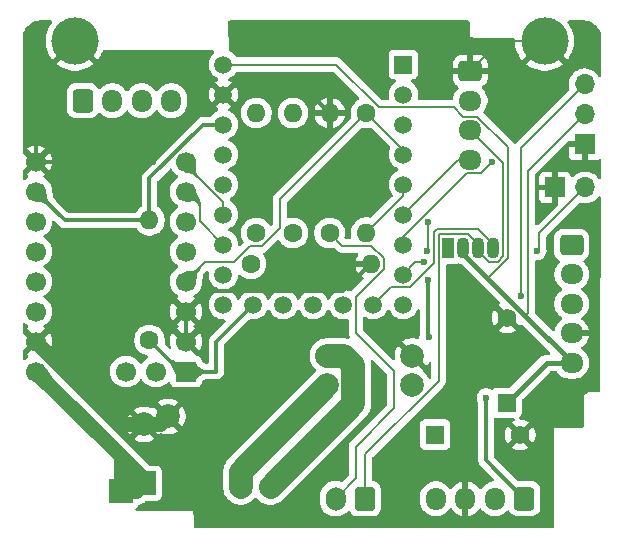
<source format=gbr>
%TF.GenerationSoftware,KiCad,Pcbnew,9.0.0*%
%TF.CreationDate,2025-05-04T10:31:08+10:00*%
%TF.ProjectId,A1_THB,41315f54-4842-42e6-9b69-6361645f7063,rev?*%
%TF.SameCoordinates,Original*%
%TF.FileFunction,Copper,L1,Top*%
%TF.FilePolarity,Positive*%
%FSLAX46Y46*%
G04 Gerber Fmt 4.6, Leading zero omitted, Abs format (unit mm)*
G04 Created by KiCad (PCBNEW 9.0.0) date 2025-05-04 10:31:08*
%MOMM*%
%LPD*%
G01*
G04 APERTURE LIST*
G04 Aperture macros list*
%AMRoundRect*
0 Rectangle with rounded corners*
0 $1 Rounding radius*
0 $2 $3 $4 $5 $6 $7 $8 $9 X,Y pos of 4 corners*
0 Add a 4 corners polygon primitive as box body*
4,1,4,$2,$3,$4,$5,$6,$7,$8,$9,$2,$3,0*
0 Add four circle primitives for the rounded corners*
1,1,$1+$1,$2,$3*
1,1,$1+$1,$4,$5*
1,1,$1+$1,$6,$7*
1,1,$1+$1,$8,$9*
0 Add four rect primitives between the rounded corners*
20,1,$1+$1,$2,$3,$4,$5,0*
20,1,$1+$1,$4,$5,$6,$7,0*
20,1,$1+$1,$6,$7,$8,$9,0*
20,1,$1+$1,$8,$9,$2,$3,0*%
G04 Aperture macros list end*
%TA.AperFunction,ComponentPad*%
%ADD10O,1.700000X2.000000*%
%TD*%
%TA.AperFunction,ComponentPad*%
%ADD11RoundRect,0.250000X0.600000X0.750000X-0.600000X0.750000X-0.600000X-0.750000X0.600000X-0.750000X0*%
%TD*%
%TA.AperFunction,ComponentPad*%
%ADD12RoundRect,0.250000X0.600000X0.725000X-0.600000X0.725000X-0.600000X-0.725000X0.600000X-0.725000X0*%
%TD*%
%TA.AperFunction,ComponentPad*%
%ADD13O,1.700000X1.950000*%
%TD*%
%TA.AperFunction,ComponentPad*%
%ADD14O,1.950000X1.700000*%
%TD*%
%TA.AperFunction,ComponentPad*%
%ADD15RoundRect,0.250000X-0.725000X0.600000X-0.725000X-0.600000X0.725000X-0.600000X0.725000X0.600000X0*%
%TD*%
%TA.AperFunction,ComponentPad*%
%ADD16C,1.508000*%
%TD*%
%TA.AperFunction,ComponentPad*%
%ADD17R,1.508000X1.508000*%
%TD*%
%TA.AperFunction,ComponentPad*%
%ADD18C,4.000000*%
%TD*%
%TA.AperFunction,ComponentPad*%
%ADD19C,1.600000*%
%TD*%
%TA.AperFunction,ComponentPad*%
%ADD20O,1.600000X1.600000*%
%TD*%
%TA.AperFunction,ComponentPad*%
%ADD21R,1.070000X1.800000*%
%TD*%
%TA.AperFunction,ComponentPad*%
%ADD22O,1.070000X1.800000*%
%TD*%
%TA.AperFunction,ComponentPad*%
%ADD23R,1.590000X1.590000*%
%TD*%
%TA.AperFunction,ComponentPad*%
%ADD24C,1.590000*%
%TD*%
%TA.AperFunction,ComponentPad*%
%ADD25R,1.700000X1.700000*%
%TD*%
%TA.AperFunction,ComponentPad*%
%ADD26O,1.700000X1.700000*%
%TD*%
%TA.AperFunction,ComponentPad*%
%ADD27C,1.700000*%
%TD*%
%TA.AperFunction,ComponentPad*%
%ADD28R,2.000000X2.000000*%
%TD*%
%TA.AperFunction,ComponentPad*%
%ADD29C,2.000000*%
%TD*%
%TA.AperFunction,ComponentPad*%
%ADD30RoundRect,0.250000X-0.600000X-0.725000X0.600000X-0.725000X0.600000X0.725000X-0.600000X0.725000X0*%
%TD*%
%TA.AperFunction,ViaPad*%
%ADD31C,0.600000*%
%TD*%
%TA.AperFunction,Conductor*%
%ADD32C,0.200000*%
%TD*%
%TA.AperFunction,Conductor*%
%ADD33C,0.300000*%
%TD*%
%TA.AperFunction,Conductor*%
%ADD34C,0.400000*%
%TD*%
%TA.AperFunction,Conductor*%
%ADD35C,2.000000*%
%TD*%
%TA.AperFunction,Conductor*%
%ADD36C,1.300000*%
%TD*%
G04 APERTURE END LIST*
D10*
%TO.P,J1,2,Pin_2*%
%TO.N,/TH_SG*%
X86900000Y-91000000D03*
D11*
%TO.P,J1,1,Pin_1*%
%TO.N,+3V3*%
X89400000Y-91000000D03*
%TD*%
D12*
%TO.P,J9,1,Pin_1*%
%TO.N,Net-(J9-Pin_1)*%
X102900000Y-91000000D03*
D13*
%TO.P,J9,2,Pin_2*%
%TO.N,/PCF_SG*%
X100400000Y-91000000D03*
%TO.P,J9,3,Pin_3*%
%TO.N,GND*%
X97900000Y-91000000D03*
%TO.P,J9,4,Pin_4*%
%TO.N,+24V*%
X95400000Y-91000000D03*
%TD*%
D14*
%TO.P,J8,5,Pin_5*%
%TO.N,+5V*%
X106900000Y-79500000D03*
%TO.P,J8,4,Pin_4*%
%TO.N,GND*%
X106900000Y-77000000D03*
%TO.P,J8,3,Pin_3*%
%TO.N,/EXF_SG*%
X106900000Y-74500000D03*
%TO.P,J8,2,Pin_2*%
%TO.N,Net-(J8-Pin_2)*%
X106900000Y-72000000D03*
D15*
%TO.P,J8,1,Pin_1*%
%TO.N,unconnected-(J8-Pin_1-Pad1)*%
X106900000Y-69500000D03*
%TD*%
D16*
%TO.P,RPZERO1,23,5V*%
%TO.N,+5V*%
X77400000Y-54240000D03*
%TO.P,RPZERO1,22,GND*%
%TO.N,GND*%
X77400000Y-56780000D03*
%TO.P,RPZERO1,21,3V3*%
%TO.N,+3V3*%
X77400000Y-59320000D03*
%TO.P,RPZERO1,20,GP29*%
%TO.N,unconnected-(RPZERO1-GP29-Pad20)*%
X77400000Y-61860000D03*
%TO.P,RPZERO1,19,GP28*%
%TO.N,unconnected-(RPZERO1-GP28-Pad19)*%
X77400000Y-64400000D03*
%TO.P,RPZERO1,18,GP27*%
%TO.N,/M_DIR*%
X77400000Y-66940000D03*
%TO.P,RPZERO1,17,GP26*%
%TO.N,/M_STEP*%
X77400000Y-69480000D03*
%TO.P,RPZERO1,16,GP15*%
%TO.N,/EXF_SG*%
X77400000Y-72020000D03*
%TO.P,RPZERO1,15,GP14*%
%TO.N,/PCF_SG*%
X77400000Y-74560000D03*
%TO.P,RPZERO1,14,GP13*%
%TO.N,/M_EN*%
X79940000Y-74560000D03*
%TO.P,RPZERO1,13,GP12*%
%TO.N,unconnected-(RPZERO1-GP12-Pad13)*%
X82480000Y-74560000D03*
%TO.P,RPZERO1,12,GP11*%
%TO.N,unconnected-(RPZERO1-GP11-Pad12)*%
X85020000Y-74560000D03*
%TO.P,RPZERO1,11,GP10*%
%TO.N,unconnected-(RPZERO1-GP10-Pad11)*%
X87560000Y-74560000D03*
%TO.P,RPZERO1,10,GP9*%
%TO.N,/LED_TEST*%
X90100000Y-74560000D03*
%TO.P,RPZERO1,9,GP8*%
%TO.N,/BL_SV*%
X92640000Y-74560000D03*
%TO.P,RPZERO1,8,GP7*%
%TO.N,/BL_PR*%
X92640000Y-72020000D03*
%TO.P,RPZERO1,7,GP6*%
%TO.N,/SFS_ENC*%
X92640000Y-69480000D03*
%TO.P,RPZERO1,6,GP5*%
%TO.N,/SFS_SW*%
X92640000Y-66940000D03*
%TO.P,RPZERO1,5,GP4*%
%TO.N,Net-(RPZERO1-GP4)*%
X92640000Y-64400000D03*
%TO.P,RPZERO1,4,GP3*%
%TO.N,/M_UART*%
X92640000Y-61860000D03*
%TO.P,RPZERO1,3,GP2*%
%TO.N,/THM_SG*%
X92640000Y-59320000D03*
%TO.P,RPZERO1,2,GP1*%
%TO.N,unconnected-(RPZERO1-GP1-Pad2)*%
X92640000Y-56780000D03*
D17*
%TO.P,RPZERO1,1,GP0*%
%TO.N,unconnected-(RPZERO1-GP0-Pad1)*%
X92640000Y-54240000D03*
%TD*%
D18*
%TO.P,H2,1,1*%
%TO.N,GND*%
X104600000Y-52250000D03*
%TD*%
%TO.P,H1,1,1*%
%TO.N,GND*%
X64850000Y-52250000D03*
%TD*%
D19*
%TO.P,R3,1*%
%TO.N,Net-(D1-A)*%
X79720000Y-71100000D03*
D20*
%TO.P,R3,2*%
%TO.N,GND*%
X89880000Y-71100000D03*
%TD*%
D21*
%TO.P,D1,1,A*%
%TO.N,Net-(D1-A)*%
X96460000Y-69750000D03*
D22*
%TO.P,D1,2,RK*%
%TO.N,+5V*%
X97730000Y-69750000D03*
%TO.P,D1,3,GK*%
%TO.N,+3V3*%
X99000000Y-69750000D03*
%TO.P,D1,4,BK*%
%TO.N,/LED_TEST*%
X100270000Y-69750000D03*
%TD*%
D23*
%TO.P,D3,1,K*%
%TO.N,+5V*%
X101400000Y-82880000D03*
D24*
%TO.P,D3,2,A*%
%TO.N,GND*%
X101425400Y-75668000D03*
%TD*%
D23*
%TO.P,D2,1,K*%
%TO.N,+24V*%
X95333500Y-85574600D03*
D24*
%TO.P,D2,2,A*%
%TO.N,GND*%
X102545500Y-85600000D03*
%TD*%
D25*
%TO.P,J3,1,Pin_1*%
%TO.N,GND*%
X108000000Y-61000000D03*
D26*
%TO.P,J3,2,Pin_2*%
%TO.N,+5V*%
X108000000Y-58460000D03*
%TO.P,J3,3,Pin_3*%
%TO.N,/BL_SV*%
X108000000Y-55920000D03*
%TD*%
D25*
%TO.P,M1,1,ENABLE*%
%TO.N,/M_EN*%
X74240707Y-80230000D03*
D27*
%TO.P,M1,2,MS1*%
%TO.N,GND*%
X74240707Y-77690000D03*
%TO.P,M1,3,MS2*%
X74240707Y-75150000D03*
%TO.P,M1,4,PDN1*%
%TO.N,/M_UART*%
X74240707Y-72610000D03*
%TO.P,M1,5,PDN2*%
%TO.N,unconnected-(M1-PDN2-Pad5)*%
X74240707Y-70070000D03*
%TO.P,M1,6,CLK*%
%TO.N,unconnected-(M1-CLK-Pad6)*%
X74240707Y-67530000D03*
%TO.P,M1,7,STEP*%
%TO.N,/M_STEP*%
X74240707Y-64990000D03*
%TO.P,M1,8,DIR*%
%TO.N,/M_DIR*%
X74240707Y-62450000D03*
%TO.P,M1,9,GND*%
%TO.N,GND*%
X61540707Y-62450000D03*
%TO.P,M1,10,VDD*%
%TO.N,+3V3*%
X61540707Y-64990000D03*
%TO.P,M1,11,B2*%
%TO.N,/ExtruderDriver/B2*%
X61540707Y-67530000D03*
%TO.P,M1,12,B1*%
%TO.N,/ExtruderDriver/B1*%
X61540707Y-70070000D03*
%TO.P,M1,13,A1*%
%TO.N,/ExtruderDriver/A1*%
X61540707Y-72610000D03*
%TO.P,M1,14,A2*%
%TO.N,/ExtruderDriver/A2*%
X61540707Y-75150000D03*
%TO.P,M1,15,GND*%
%TO.N,GND*%
X61540707Y-77690000D03*
%TO.P,M1,16,VM*%
%TO.N,+24V*%
X61540707Y-80230000D03*
%TO.P,M1,17,INDEX*%
%TO.N,unconnected-(M1-INDEX-Pad17)*%
X71700707Y-80230000D03*
%TO.P,M1,18,DIAG*%
%TO.N,unconnected-(M1-DIAG-Pad18)*%
X69160707Y-80230000D03*
%TD*%
D25*
%TO.P,J4,1,Pin_1*%
%TO.N,GND*%
X105500000Y-64650000D03*
D26*
%TO.P,J4,2,Pin_2*%
%TO.N,/BL_PR*%
X108040000Y-64650000D03*
%TD*%
D19*
%TO.P,R2,1*%
%TO.N,/TH_SG*%
X86400000Y-68500000D03*
D20*
%TO.P,R2,2*%
%TO.N,GND*%
X86400000Y-58340000D03*
%TD*%
D19*
%TO.P,R6,1*%
%TO.N,/M_EN*%
X71150000Y-77580000D03*
D20*
%TO.P,R6,2*%
%TO.N,+3V3*%
X71150000Y-67420000D03*
%TD*%
D19*
%TO.P,R4,1*%
%TO.N,Net-(J9-Pin_1)*%
X83300000Y-68500000D03*
D20*
%TO.P,R4,2*%
%TO.N,/PCF_TACH*%
X83300000Y-58340000D03*
%TD*%
D28*
%TO.P,C2,1*%
%TO.N,+24V*%
X68700000Y-90372144D03*
X70700000Y-89700000D03*
D29*
%TO.P,C2,2*%
%TO.N,GND*%
X70700000Y-84700000D03*
X72700000Y-84027856D03*
%TD*%
%TO.P,J5,1,Pin_1*%
%TO.N,Net-(J5-Pin_1)*%
X81400707Y-90000000D03*
%TO.P,J5,2,Pin_2*%
%TO.N,Net-(J5-Pin_2)*%
X78886107Y-90000000D03*
%TD*%
%TO.P,J6,1,Pin_1*%
%TO.N,+24V*%
X93400000Y-81414600D03*
%TO.P,J6,2,Pin_2*%
%TO.N,GND*%
X93400000Y-78900000D03*
%TD*%
D19*
%TO.P,R5,1*%
%TO.N,Net-(J8-Pin_2)*%
X80200000Y-68500000D03*
D20*
%TO.P,R5,2*%
%TO.N,/EXF_TACH*%
X80200000Y-58340000D03*
%TD*%
D15*
%TO.P,J2,1,Pin_1*%
%TO.N,GND*%
X98300000Y-54800000D03*
D14*
%TO.P,J2,2,Pin_2*%
%TO.N,/SFS_ENC*%
X98300000Y-57300000D03*
%TO.P,J2,3,Pin_3*%
%TO.N,+3V3*%
X98300000Y-59800000D03*
%TO.P,J2,4,Pin_4*%
%TO.N,/SFS_SW*%
X98300000Y-62300000D03*
%TD*%
D19*
%TO.P,R1,1*%
%TO.N,/M_UART*%
X89500000Y-58320000D03*
D20*
%TO.P,R1,2*%
%TO.N,Net-(RPZERO1-GP4)*%
X89500000Y-68480000D03*
%TD*%
D30*
%TO.P,EXM1,1,Pin_1*%
%TO.N,/ExtruderDriver/B2*%
X65500000Y-57300000D03*
D13*
%TO.P,EXM1,2,Pin_2*%
%TO.N,/ExtruderDriver/B1*%
X68000000Y-57300000D03*
%TO.P,EXM1,3,Pin_3*%
%TO.N,/ExtruderDriver/A1*%
X70500000Y-57300000D03*
%TO.P,EXM1,4,Pin_4*%
%TO.N,/ExtruderDriver/A2*%
X73000000Y-57300000D03*
%TD*%
D29*
%TO.P,J7,1,Pin_1*%
%TO.N,Net-(J5-Pin_1)*%
X86200000Y-78900000D03*
%TO.P,J7,2,Pin_2*%
%TO.N,Net-(J5-Pin_2)*%
X86200000Y-81414600D03*
%TD*%
D31*
%TO.N,/BL_PR*%
X103965380Y-69984620D03*
X94400000Y-71000000D03*
%TO.N,/SFS_ENC*%
X100150000Y-62500000D03*
%TO.N,Net-(D1-A)*%
X94623000Y-70000000D03*
X94700000Y-67600000D03*
%TO.N,/BL_SV*%
X102600000Y-73875000D03*
%TO.N,Net-(J9-Pin_1)*%
X99644211Y-82455789D03*
X94800000Y-77350000D03*
X94700000Y-72450000D03*
%TO.N,GND*%
X71450000Y-62450000D03*
%TD*%
D32*
%TO.N,/BL_PR*%
X104150000Y-68540000D02*
X108040000Y-64650000D01*
X104150000Y-69800000D02*
X104150000Y-68540000D01*
X103965380Y-69984620D02*
X104150000Y-69800000D01*
X93660000Y-71000000D02*
X94400000Y-71000000D01*
X92640000Y-72020000D02*
X93660000Y-71000000D01*
%TO.N,/SFS_ENC*%
X99199000Y-63451000D02*
X100150000Y-62500000D01*
X97999057Y-63451000D02*
X99199000Y-63451000D01*
X92640000Y-68810057D02*
X97999057Y-63451000D01*
X92640000Y-69480000D02*
X92640000Y-68810057D01*
%TO.N,/SFS_SW*%
X97280000Y-62300000D02*
X92640000Y-66940000D01*
X98300000Y-62300000D02*
X97280000Y-62300000D01*
%TO.N,Net-(D1-A)*%
X94700000Y-67600000D02*
X94700000Y-69923000D01*
X94700000Y-69923000D02*
X94623000Y-70000000D01*
D33*
%TO.N,GND*%
X84086000Y-56026000D02*
X86400000Y-58340000D01*
X78154000Y-56026000D02*
X84086000Y-56026000D01*
X77400000Y-56780000D02*
X78154000Y-56026000D01*
D32*
%TO.N,+5V*%
X99933783Y-72200600D02*
X99649400Y-72200600D01*
X101507000Y-70627383D02*
X99933783Y-72200600D01*
X101507000Y-61254240D02*
X101507000Y-70627383D01*
X98901760Y-58649000D02*
X101507000Y-61254240D01*
X97698240Y-58649000D02*
X98901760Y-58649000D01*
X96913190Y-57863950D02*
X97698240Y-58649000D01*
X90601000Y-57863950D02*
X96913190Y-57863950D01*
X86977050Y-54240000D02*
X90601000Y-57863950D01*
X77400000Y-54240000D02*
X86977050Y-54240000D01*
D34*
X99649400Y-72200600D02*
X102949400Y-75500600D01*
D32*
%TO.N,+3V3*%
X99000000Y-70027283D02*
X99000000Y-69750000D01*
X101106000Y-70461283D02*
X100616283Y-70951000D01*
X99923717Y-70951000D02*
X99000000Y-70027283D01*
X98300000Y-59800000D02*
X101106000Y-62606000D01*
X101106000Y-62606000D02*
X101106000Y-70461283D01*
X100616283Y-70951000D02*
X99923717Y-70951000D01*
%TO.N,GND*%
X104600000Y-52250000D02*
X100850000Y-52250000D01*
X100850000Y-52250000D02*
X98300000Y-54800000D01*
%TO.N,+5V*%
X103201000Y-75249000D02*
X102949400Y-75500600D01*
X103201000Y-63259000D02*
X103201000Y-75249000D01*
D34*
X102949400Y-75500600D02*
X106900000Y-79451200D01*
D32*
X108000000Y-58460000D02*
X103201000Y-63259000D01*
%TO.N,/BL_SV*%
X102600000Y-61320000D02*
X108000000Y-55920000D01*
X102600000Y-73875000D02*
X102600000Y-61320000D01*
%TO.N,/LED_TEST*%
X98945283Y-68148000D02*
X100270000Y-69472717D01*
X95457900Y-68148000D02*
X98945283Y-68148000D01*
X95223000Y-68382900D02*
X95457900Y-68148000D01*
X95223000Y-71077057D02*
X95223000Y-68382900D01*
X100270000Y-69472717D02*
X100270000Y-69750000D01*
X93225057Y-73075000D02*
X95223000Y-71077057D01*
X90100000Y-74560000D02*
X91585000Y-73075000D01*
X91585000Y-73075000D02*
X93225057Y-73075000D01*
D33*
%TO.N,Net-(J9-Pin_1)*%
X99644211Y-87744211D02*
X102900000Y-91000000D01*
X99644211Y-82455789D02*
X99644211Y-87744211D01*
X94700000Y-77250000D02*
X94800000Y-77350000D01*
X94700000Y-72450000D02*
X94700000Y-77250000D01*
X94700000Y-72450000D02*
X94800000Y-72550000D01*
D35*
%TO.N,Net-(J5-Pin_1)*%
X87614213Y-78900000D02*
X86200000Y-78900000D01*
X88401000Y-79686787D02*
X87614213Y-78900000D01*
X88401000Y-82999707D02*
X88401000Y-79686787D01*
X81400707Y-90000000D02*
X88401000Y-82999707D01*
D32*
%TO.N,/TH_SG*%
X91850000Y-83350000D02*
X88615000Y-86585000D01*
X88615000Y-76965000D02*
X91850000Y-80200000D01*
X90981000Y-71556050D02*
X88615000Y-73922050D01*
X88615000Y-86585000D02*
X88615000Y-89285000D01*
X89918050Y-69581000D02*
X90981000Y-70643950D01*
X87481000Y-69581000D02*
X89918050Y-69581000D01*
X90981000Y-70643950D02*
X90981000Y-71556050D01*
X91850000Y-80200000D02*
X91850000Y-83350000D01*
X86400000Y-68500000D02*
X87481000Y-69581000D01*
X88615000Y-89285000D02*
X86900000Y-91000000D01*
X88615000Y-73922050D02*
X88615000Y-76965000D01*
D35*
%TO.N,Net-(J5-Pin_2)*%
X78886107Y-88728493D02*
X86200000Y-81414600D01*
X78886107Y-90000000D02*
X78886107Y-88728493D01*
D32*
%TO.N,+3V3*%
X99000000Y-69472717D02*
X99000000Y-69750000D01*
X95624000Y-81030492D02*
X95624000Y-68549000D01*
X95624000Y-68549000D02*
X98076283Y-68549000D01*
X89400000Y-87254492D02*
X95624000Y-81030492D01*
X89400000Y-91000000D02*
X89400000Y-87254492D01*
X98076283Y-68549000D02*
X99000000Y-69472717D01*
D34*
%TO.N,+5V*%
X97730000Y-70281200D02*
X99649400Y-72200600D01*
X97730000Y-69750000D02*
X97730000Y-70281200D01*
X106900000Y-79451200D02*
X106900000Y-79500000D01*
X104780000Y-79500000D02*
X101400000Y-82880000D01*
X106900000Y-79500000D02*
X104780000Y-79500000D01*
D33*
%TO.N,GND*%
X61540707Y-62450000D02*
X71450000Y-62450000D01*
%TO.N,/M_EN*%
X76810000Y-77690000D02*
X79940000Y-74560000D01*
X76810000Y-80230000D02*
X76810000Y-77690000D01*
D32*
%TO.N,/M_STEP*%
X75391707Y-67471707D02*
X77400000Y-69480000D01*
X75391707Y-66141000D02*
X75391707Y-67471707D01*
X74240707Y-64990000D02*
X75391707Y-66141000D01*
%TO.N,/M_DIR*%
X77400000Y-65891996D02*
X77400000Y-66940000D01*
X74240707Y-62732703D02*
X77400000Y-65891996D01*
X74240707Y-62450000D02*
X74240707Y-62732703D01*
%TO.N,Net-(RPZERO1-GP4)*%
X92640000Y-65340000D02*
X92640000Y-64400000D01*
X89500000Y-68480000D02*
X92640000Y-65340000D01*
%TO.N,/M_UART*%
X92640000Y-61460000D02*
X92640000Y-61860000D01*
X89500000Y-58320000D02*
X92640000Y-61460000D01*
X79661950Y-69601000D02*
X80656050Y-69601000D01*
X80656050Y-69601000D02*
X82199000Y-68058050D01*
X82199000Y-68058050D02*
X82199000Y-65621000D01*
X82199000Y-65621000D02*
X89500000Y-58320000D01*
X78297950Y-70965000D02*
X79661950Y-69601000D01*
X75885707Y-70965000D02*
X78297950Y-70965000D01*
X74240707Y-72610000D02*
X75885707Y-70965000D01*
D33*
%TO.N,/M_EN*%
X74240707Y-80230000D02*
X76810000Y-80230000D01*
X73800000Y-80230000D02*
X71150000Y-77580000D01*
X74240707Y-80230000D02*
X73800000Y-80230000D01*
%TO.N,GND*%
X87525000Y-73455000D02*
X89880000Y-71100000D01*
X75935707Y-73455000D02*
X87525000Y-73455000D01*
X74240707Y-75150000D02*
X75935707Y-73455000D01*
X74240707Y-75150000D02*
X74240707Y-77690000D01*
X74870000Y-54250000D02*
X77400000Y-56780000D01*
X66850000Y-54250000D02*
X74870000Y-54250000D01*
X64850000Y-52250000D02*
X66850000Y-54250000D01*
X61540707Y-62450000D02*
X61540707Y-55559293D01*
X61540707Y-55559293D02*
X64850000Y-52250000D01*
%TO.N,+3V3*%
X63970707Y-67420000D02*
X61540707Y-64990000D01*
X71150000Y-67420000D02*
X63970707Y-67420000D01*
X75672236Y-59320000D02*
X77400000Y-59320000D01*
X71150000Y-67420000D02*
X71150000Y-63842236D01*
X71150000Y-63842236D02*
X75672236Y-59320000D01*
D36*
%TO.N,GND*%
X70700000Y-84700000D02*
X72027856Y-84700000D01*
X72027856Y-84700000D02*
X72700000Y-84027856D01*
%TO.N,+24V*%
X69880354Y-89191790D02*
X68700000Y-90372144D01*
X69880354Y-88569646D02*
X69880354Y-89191790D01*
X69880354Y-88569646D02*
X61540707Y-80230000D01*
X70027856Y-90372144D02*
X70700000Y-89700000D01*
X68700000Y-90372144D02*
X70027856Y-90372144D01*
X70700000Y-89389293D02*
X69880354Y-88569646D01*
X70700000Y-89700000D02*
X70700000Y-89389293D01*
X68700000Y-87389293D02*
X61540707Y-80230000D01*
X68700000Y-90372144D02*
X68700000Y-87389293D01*
%TO.N,GND*%
X68550707Y-84700000D02*
X61540707Y-77690000D01*
X70700000Y-84700000D02*
X68550707Y-84700000D01*
%TD*%
%TA.AperFunction,Conductor*%
%TO.N,GND*%
G36*
X72984164Y-63030531D02*
G01*
X73040097Y-63072403D01*
X73051315Y-63090418D01*
X73084980Y-63156490D01*
X73085658Y-63157819D01*
X73210597Y-63329786D01*
X73360918Y-63480107D01*
X73412129Y-63517313D01*
X73487968Y-63572413D01*
X73511520Y-63592239D01*
X73552116Y-63617517D01*
X73554993Y-63619544D01*
X73574615Y-63644240D01*
X73595618Y-63667791D01*
X73596188Y-63671394D01*
X73598457Y-63674249D01*
X73601612Y-63705632D01*
X73606549Y-63736800D01*
X73605081Y-63740139D01*
X73605446Y-63743768D01*
X73591130Y-63771880D01*
X73578435Y-63800764D01*
X73575054Y-63803448D01*
X73573740Y-63806030D01*
X73566427Y-63810300D01*
X73539875Y-63831389D01*
X73532891Y-63834948D01*
X73360920Y-63959890D01*
X73210597Y-64110213D01*
X73085658Y-64282179D01*
X72989151Y-64471585D01*
X72923460Y-64673760D01*
X72890207Y-64883713D01*
X72890207Y-65096286D01*
X72923436Y-65306089D01*
X72923461Y-65306243D01*
X72988152Y-65505342D01*
X72989151Y-65508414D01*
X73085658Y-65697820D01*
X73210597Y-65869786D01*
X73360920Y-66020109D01*
X73532889Y-66145050D01*
X73541653Y-66149516D01*
X73592449Y-66197491D01*
X73609243Y-66265312D01*
X73586705Y-66331447D01*
X73541653Y-66370484D01*
X73532889Y-66374949D01*
X73360920Y-66499890D01*
X73210597Y-66650213D01*
X73085658Y-66822179D01*
X72989151Y-67011585D01*
X72923460Y-67213760D01*
X72890548Y-67421558D01*
X72890207Y-67423713D01*
X72890207Y-67636287D01*
X72892820Y-67652786D01*
X72923364Y-67845634D01*
X72923461Y-67846243D01*
X72988204Y-68045502D01*
X72989151Y-68048414D01*
X73085658Y-68237820D01*
X73210597Y-68409786D01*
X73360920Y-68560109D01*
X73532889Y-68685050D01*
X73541653Y-68689516D01*
X73592449Y-68737491D01*
X73609243Y-68805312D01*
X73586705Y-68871447D01*
X73541653Y-68910484D01*
X73532889Y-68914949D01*
X73360920Y-69039890D01*
X73210597Y-69190213D01*
X73085658Y-69362179D01*
X72989151Y-69551585D01*
X72923460Y-69753760D01*
X72899383Y-69905778D01*
X72890207Y-69963713D01*
X72890207Y-70176287D01*
X72894201Y-70201501D01*
X72922244Y-70378563D01*
X72923461Y-70386243D01*
X72982731Y-70568657D01*
X72989151Y-70588414D01*
X73085658Y-70777820D01*
X73210597Y-70949786D01*
X73360920Y-71100109D01*
X73532889Y-71225050D01*
X73541653Y-71229516D01*
X73592449Y-71277491D01*
X73609243Y-71345312D01*
X73586705Y-71411447D01*
X73541653Y-71450484D01*
X73532889Y-71454949D01*
X73360920Y-71579890D01*
X73210597Y-71730213D01*
X73085658Y-71902179D01*
X72989151Y-72091585D01*
X72923460Y-72293760D01*
X72890207Y-72503713D01*
X72890207Y-72716286D01*
X72915562Y-72876375D01*
X72923461Y-72926243D01*
X72957209Y-73030109D01*
X72989151Y-73128414D01*
X73085658Y-73317820D01*
X73210597Y-73489786D01*
X73360920Y-73640109D01*
X73532886Y-73765048D01*
X73532888Y-73765049D01*
X73532891Y-73765051D01*
X73542200Y-73769794D01*
X73592997Y-73817766D01*
X73609794Y-73885587D01*
X73587259Y-73951722D01*
X73542212Y-73990760D01*
X73533153Y-73995376D01*
X73533147Y-73995380D01*
X73478989Y-74034727D01*
X73478989Y-74034728D01*
X74111298Y-74667037D01*
X74047714Y-74684075D01*
X73933700Y-74749901D01*
X73840608Y-74842993D01*
X73774782Y-74957007D01*
X73757744Y-75020591D01*
X73125435Y-74388282D01*
X73125434Y-74388282D01*
X73086087Y-74442439D01*
X72989611Y-74631782D01*
X72923949Y-74833869D01*
X72923949Y-74833872D01*
X72890707Y-75043753D01*
X72890707Y-75256246D01*
X72923949Y-75466127D01*
X72923949Y-75466130D01*
X72989611Y-75668217D01*
X73086082Y-75857550D01*
X73125435Y-75911716D01*
X73757744Y-75279408D01*
X73774782Y-75342993D01*
X73840608Y-75457007D01*
X73933700Y-75550099D01*
X74047714Y-75615925D01*
X74111298Y-75632962D01*
X73510678Y-76233581D01*
X73589418Y-76350895D01*
X73590627Y-76354729D01*
X73593551Y-76357491D01*
X73601050Y-76387778D01*
X73610434Y-76417529D01*
X73609378Y-76421408D01*
X73610345Y-76425312D01*
X73600280Y-76454844D01*
X73592090Y-76484947D01*
X73589104Y-76487640D01*
X73587807Y-76491447D01*
X73542758Y-76530483D01*
X73533147Y-76535380D01*
X73478989Y-76574727D01*
X73478989Y-76574728D01*
X74111298Y-77207037D01*
X74047714Y-77224075D01*
X73933700Y-77289901D01*
X73840608Y-77382993D01*
X73774782Y-77497007D01*
X73757744Y-77560591D01*
X73125435Y-76928282D01*
X73125434Y-76928282D01*
X73086087Y-76982439D01*
X72989611Y-77171782D01*
X72923949Y-77373869D01*
X72923949Y-77373872D01*
X72890707Y-77583753D01*
X72890707Y-77796246D01*
X72923949Y-78006127D01*
X72923949Y-78006130D01*
X72970281Y-78148724D01*
X72972276Y-78218565D01*
X72936196Y-78278398D01*
X72873495Y-78309226D01*
X72804080Y-78301261D01*
X72764669Y-78274723D01*
X72457137Y-77967191D01*
X72423652Y-77905868D01*
X72422345Y-77860112D01*
X72446508Y-77707557D01*
X72450500Y-77682352D01*
X72450500Y-77477648D01*
X72435331Y-77381874D01*
X72418477Y-77275465D01*
X72384788Y-77171782D01*
X72355220Y-77080781D01*
X72355218Y-77080778D01*
X72355218Y-77080776D01*
X72295207Y-76963000D01*
X72262287Y-76898390D01*
X72240296Y-76868122D01*
X72141971Y-76732786D01*
X71997213Y-76588028D01*
X71831613Y-76467715D01*
X71831612Y-76467714D01*
X71831610Y-76467713D01*
X71774653Y-76438691D01*
X71649223Y-76374781D01*
X71529688Y-76335942D01*
X71454534Y-76311522D01*
X71279995Y-76283878D01*
X71252352Y-76279500D01*
X71047648Y-76279500D01*
X71023329Y-76283351D01*
X70845465Y-76311522D01*
X70650776Y-76374781D01*
X70468386Y-76467715D01*
X70302786Y-76588028D01*
X70158028Y-76732786D01*
X70037715Y-76898386D01*
X69944781Y-77080776D01*
X69881522Y-77275465D01*
X69849500Y-77477648D01*
X69849500Y-77682351D01*
X69881522Y-77884534D01*
X69944781Y-78079223D01*
X69986146Y-78160405D01*
X70019092Y-78225065D01*
X70037715Y-78261613D01*
X70158028Y-78427213D01*
X70302786Y-78571971D01*
X70457749Y-78684556D01*
X70468390Y-78692287D01*
X70584607Y-78751503D01*
X70650776Y-78785218D01*
X70650778Y-78785218D01*
X70650781Y-78785220D01*
X70845466Y-78848477D01*
X70926749Y-78861351D01*
X70989884Y-78891280D01*
X71026815Y-78950592D01*
X71025817Y-79020454D01*
X70987207Y-79078687D01*
X70980236Y-79084142D01*
X70820921Y-79199890D01*
X70820916Y-79199894D01*
X70670597Y-79350213D01*
X70545656Y-79522182D01*
X70541191Y-79530946D01*
X70493216Y-79581742D01*
X70425395Y-79598536D01*
X70359260Y-79575998D01*
X70320223Y-79530946D01*
X70315757Y-79522182D01*
X70190816Y-79350213D01*
X70040493Y-79199890D01*
X69868527Y-79074951D01*
X69679121Y-78978444D01*
X69679120Y-78978443D01*
X69679119Y-78978443D01*
X69476950Y-78912754D01*
X69476948Y-78912753D01*
X69476947Y-78912753D01*
X69315664Y-78887208D01*
X69266994Y-78879500D01*
X69054420Y-78879500D01*
X69005749Y-78887208D01*
X68844467Y-78912753D01*
X68642292Y-78978444D01*
X68452886Y-79074951D01*
X68280920Y-79199890D01*
X68130597Y-79350213D01*
X68005658Y-79522179D01*
X67909151Y-79711585D01*
X67843460Y-79913760D01*
X67810207Y-80123713D01*
X67810207Y-80336286D01*
X67842175Y-80538127D01*
X67843461Y-80546243D01*
X67875441Y-80644668D01*
X67909151Y-80748414D01*
X68005658Y-80937820D01*
X68130597Y-81109786D01*
X68280920Y-81260109D01*
X68452886Y-81385048D01*
X68452888Y-81385049D01*
X68452891Y-81385051D01*
X68642295Y-81481557D01*
X68844464Y-81547246D01*
X69054420Y-81580500D01*
X69054421Y-81580500D01*
X69266993Y-81580500D01*
X69266994Y-81580500D01*
X69476950Y-81547246D01*
X69679119Y-81481557D01*
X69868523Y-81385051D01*
X69926084Y-81343231D01*
X70040493Y-81260109D01*
X70040495Y-81260106D01*
X70040499Y-81260104D01*
X70190811Y-81109792D01*
X70190813Y-81109788D01*
X70190816Y-81109786D01*
X70315755Y-80937820D01*
X70315754Y-80937820D01*
X70315758Y-80937816D01*
X70320221Y-80929054D01*
X70368195Y-80878259D01*
X70436015Y-80861463D01*
X70502151Y-80883999D01*
X70541193Y-80929056D01*
X70545658Y-80937820D01*
X70670597Y-81109786D01*
X70820920Y-81260109D01*
X70992886Y-81385048D01*
X70992888Y-81385049D01*
X70992891Y-81385051D01*
X71182295Y-81481557D01*
X71384464Y-81547246D01*
X71594420Y-81580500D01*
X71594421Y-81580500D01*
X71806993Y-81580500D01*
X71806994Y-81580500D01*
X72016950Y-81547246D01*
X72219119Y-81481557D01*
X72408523Y-81385051D01*
X72577508Y-81262277D01*
X72580491Y-81260110D01*
X72580491Y-81260109D01*
X72580499Y-81260104D01*
X72694036Y-81146566D01*
X72755355Y-81113084D01*
X72825047Y-81118068D01*
X72880981Y-81159939D01*
X72897896Y-81190917D01*
X72946909Y-81322328D01*
X72946913Y-81322335D01*
X73033159Y-81437544D01*
X73033162Y-81437547D01*
X73148371Y-81523793D01*
X73148378Y-81523797D01*
X73283224Y-81574091D01*
X73283223Y-81574091D01*
X73290151Y-81574835D01*
X73342834Y-81580500D01*
X75138579Y-81580499D01*
X75198190Y-81574091D01*
X75333038Y-81523796D01*
X75448253Y-81437546D01*
X75534503Y-81322331D01*
X75584798Y-81187483D01*
X75588049Y-81157232D01*
X75589970Y-81145083D01*
X75590970Y-81140306D01*
X75594410Y-81128573D01*
X75596541Y-81113694D01*
X75597354Y-81109816D01*
X75606744Y-81092294D01*
X75620849Y-81059090D01*
X75622149Y-81057419D01*
X75629591Y-81049664D01*
X75630359Y-81048233D01*
X75631660Y-81047509D01*
X75639911Y-81038912D01*
X75686044Y-80999873D01*
X75704363Y-80987018D01*
X75785924Y-80940152D01*
X75805499Y-80931069D01*
X75889651Y-80900615D01*
X75914221Y-80894476D01*
X75991252Y-80883424D01*
X76002876Y-80881757D01*
X76020486Y-80880500D01*
X76874071Y-80880500D01*
X76969772Y-80861463D01*
X76999744Y-80855501D01*
X77118127Y-80806465D01*
X77224669Y-80735276D01*
X77315276Y-80644669D01*
X77386465Y-80538127D01*
X77435501Y-80419744D01*
X77460500Y-80294069D01*
X77460500Y-78010807D01*
X77480185Y-77943768D01*
X77496814Y-77923131D01*
X79593014Y-75826930D01*
X79654335Y-75793447D01*
X79700091Y-75792140D01*
X79841264Y-75814500D01*
X79841269Y-75814500D01*
X80038736Y-75814500D01*
X80233763Y-75783610D01*
X80260465Y-75774934D01*
X80421561Y-75722591D01*
X80597501Y-75632944D01*
X80689529Y-75566082D01*
X80757246Y-75516884D01*
X80757248Y-75516881D01*
X80757252Y-75516879D01*
X80896879Y-75377252D01*
X80896881Y-75377248D01*
X80896884Y-75377246D01*
X81012941Y-75217505D01*
X81012942Y-75217504D01*
X81012944Y-75217501D01*
X81099517Y-75047593D01*
X81147490Y-74996800D01*
X81215311Y-74980005D01*
X81281446Y-75002542D01*
X81320482Y-75047593D01*
X81402121Y-75207816D01*
X81407058Y-75217505D01*
X81523115Y-75377246D01*
X81662753Y-75516884D01*
X81775213Y-75598589D01*
X81822499Y-75632944D01*
X81998439Y-75722591D01*
X82087588Y-75751557D01*
X82186236Y-75783610D01*
X82381264Y-75814500D01*
X82381269Y-75814500D01*
X82578736Y-75814500D01*
X82773763Y-75783610D01*
X82800465Y-75774934D01*
X82961561Y-75722591D01*
X83137501Y-75632944D01*
X83229529Y-75566082D01*
X83297246Y-75516884D01*
X83297248Y-75516881D01*
X83297252Y-75516879D01*
X83436879Y-75377252D01*
X83436881Y-75377248D01*
X83436884Y-75377246D01*
X83552941Y-75217505D01*
X83552942Y-75217504D01*
X83552944Y-75217501D01*
X83639517Y-75047593D01*
X83687490Y-74996800D01*
X83755311Y-74980005D01*
X83821446Y-75002542D01*
X83860482Y-75047593D01*
X83942121Y-75207816D01*
X83947058Y-75217505D01*
X84063115Y-75377246D01*
X84202753Y-75516884D01*
X84315213Y-75598589D01*
X84362499Y-75632944D01*
X84538439Y-75722591D01*
X84627588Y-75751557D01*
X84726236Y-75783610D01*
X84921264Y-75814500D01*
X84921269Y-75814500D01*
X85118736Y-75814500D01*
X85313763Y-75783610D01*
X85340465Y-75774934D01*
X85501561Y-75722591D01*
X85677501Y-75632944D01*
X85769529Y-75566082D01*
X85837246Y-75516884D01*
X85837248Y-75516881D01*
X85837252Y-75516879D01*
X85976879Y-75377252D01*
X85976881Y-75377248D01*
X85976884Y-75377246D01*
X86092941Y-75217505D01*
X86092942Y-75217504D01*
X86092944Y-75217501D01*
X86179517Y-75047593D01*
X86227490Y-74996800D01*
X86295311Y-74980005D01*
X86361446Y-75002542D01*
X86400482Y-75047593D01*
X86482121Y-75207816D01*
X86487058Y-75217505D01*
X86603115Y-75377246D01*
X86742753Y-75516884D01*
X86855213Y-75598589D01*
X86902499Y-75632944D01*
X87078439Y-75722591D01*
X87167588Y-75751557D01*
X87266236Y-75783610D01*
X87461264Y-75814500D01*
X87461269Y-75814500D01*
X87658736Y-75814500D01*
X87779974Y-75795297D01*
X87853763Y-75783610D01*
X87853774Y-75783606D01*
X87858498Y-75782473D01*
X87858849Y-75783935D01*
X87922011Y-75782125D01*
X87981847Y-75818199D01*
X88012682Y-75880897D01*
X88014500Y-75902054D01*
X88014500Y-76878330D01*
X88014499Y-76878342D01*
X88014499Y-77044054D01*
X88014498Y-77044054D01*
X88055423Y-77196785D01*
X88084358Y-77246900D01*
X88084368Y-77246917D01*
X88086784Y-77251103D01*
X88096311Y-77290400D01*
X88100799Y-77308902D01*
X88100972Y-77308902D01*
X88100972Y-77308903D01*
X88100800Y-77308903D01*
X88103247Y-77318993D01*
X88103245Y-77318998D01*
X88103247Y-77319006D01*
X88093579Y-77346925D01*
X88080393Y-77385019D01*
X88080386Y-77385023D01*
X88080385Y-77385029D01*
X88055371Y-77404694D01*
X88025470Y-77428207D01*
X88025463Y-77428207D01*
X88025458Y-77428212D01*
X88025242Y-77428232D01*
X87959990Y-77435561D01*
X87732310Y-77399500D01*
X87732305Y-77399500D01*
X86081908Y-77399500D01*
X86081903Y-77399500D01*
X85848631Y-77436446D01*
X85624003Y-77509433D01*
X85413566Y-77616657D01*
X85330044Y-77677340D01*
X85222490Y-77755483D01*
X85222488Y-77755485D01*
X85222487Y-77755485D01*
X85055485Y-77922487D01*
X85055485Y-77922488D01*
X85055483Y-77922490D01*
X85055021Y-77923126D01*
X84916657Y-78113566D01*
X84809433Y-78324003D01*
X84736446Y-78548631D01*
X84699500Y-78781902D01*
X84699500Y-79018097D01*
X84736446Y-79251368D01*
X84809433Y-79475996D01*
X84916519Y-79686163D01*
X84916657Y-79686433D01*
X85055483Y-79877510D01*
X85222490Y-80044517D01*
X85239647Y-80056982D01*
X85282311Y-80112311D01*
X85288290Y-80181925D01*
X85255684Y-80243720D01*
X85239648Y-80257615D01*
X85222490Y-80270082D01*
X85222488Y-80270084D01*
X85222487Y-80270084D01*
X77741592Y-87750980D01*
X77741591Y-87750981D01*
X77602764Y-87942058D01*
X77537770Y-88069618D01*
X77495540Y-88152496D01*
X77422553Y-88377124D01*
X77385607Y-88610395D01*
X77385607Y-90118097D01*
X77422553Y-90351368D01*
X77495540Y-90575996D01*
X77562975Y-90708343D01*
X77602764Y-90786433D01*
X77741590Y-90977510D01*
X77908597Y-91144517D01*
X78099674Y-91283343D01*
X78199098Y-91334002D01*
X78310110Y-91390566D01*
X78310112Y-91390566D01*
X78310115Y-91390568D01*
X78400759Y-91420020D01*
X78534738Y-91463553D01*
X78768010Y-91500500D01*
X78768015Y-91500500D01*
X79004204Y-91500500D01*
X79237475Y-91463553D01*
X79301869Y-91442630D01*
X79462099Y-91390568D01*
X79672540Y-91283343D01*
X79863617Y-91144517D01*
X80030624Y-90977510D01*
X80043088Y-90960355D01*
X80098417Y-90917689D01*
X80168030Y-90911708D01*
X80229826Y-90944313D01*
X80243724Y-90960352D01*
X80256188Y-90977508D01*
X80256190Y-90977510D01*
X80423197Y-91144517D01*
X80614273Y-91283343D01*
X80713699Y-91334003D01*
X80824710Y-91390566D01*
X80824712Y-91390566D01*
X80824715Y-91390568D01*
X80915359Y-91420020D01*
X81049338Y-91463553D01*
X81282610Y-91500500D01*
X81282615Y-91500500D01*
X81518804Y-91500500D01*
X81752075Y-91463553D01*
X81816469Y-91442630D01*
X81976699Y-91390568D01*
X82187141Y-91283343D01*
X82378217Y-91144517D01*
X89545517Y-83977217D01*
X89684343Y-83786141D01*
X89791568Y-83575699D01*
X89840821Y-83424114D01*
X89864553Y-83351075D01*
X89888481Y-83200000D01*
X89901500Y-83117804D01*
X89901500Y-79568689D01*
X89873135Y-79389603D01*
X89882089Y-79320310D01*
X89927086Y-79266858D01*
X89993837Y-79246218D01*
X90061151Y-79264943D01*
X90083289Y-79282524D01*
X91213181Y-80412416D01*
X91246666Y-80473739D01*
X91249500Y-80500097D01*
X91249500Y-83049902D01*
X91229815Y-83116941D01*
X91213181Y-83137583D01*
X88248516Y-86102247D01*
X88248506Y-86102257D01*
X88246286Y-86104478D01*
X88246284Y-86104480D01*
X88134480Y-86216284D01*
X88121485Y-86238793D01*
X88114921Y-86250161D01*
X88114921Y-86250162D01*
X88081797Y-86307535D01*
X88055423Y-86353215D01*
X88014499Y-86505943D01*
X88014499Y-86505945D01*
X88014499Y-86674046D01*
X88014500Y-86674059D01*
X88014500Y-88984902D01*
X87994815Y-89051941D01*
X87978181Y-89072583D01*
X87497736Y-89553027D01*
X87436413Y-89586512D01*
X87371737Y-89583277D01*
X87216240Y-89532753D01*
X87039844Y-89504815D01*
X87006287Y-89499500D01*
X86793713Y-89499500D01*
X86760156Y-89504815D01*
X86583760Y-89532753D01*
X86381585Y-89598444D01*
X86192179Y-89694951D01*
X86020213Y-89819890D01*
X85869890Y-89970213D01*
X85744951Y-90142179D01*
X85648444Y-90331585D01*
X85582753Y-90533760D01*
X85549500Y-90743713D01*
X85549500Y-91256286D01*
X85578793Y-91441239D01*
X85582754Y-91466243D01*
X85630917Y-91614474D01*
X85648444Y-91668414D01*
X85744951Y-91857820D01*
X85869890Y-92029786D01*
X86020213Y-92180109D01*
X86192179Y-92305048D01*
X86192181Y-92305049D01*
X86192184Y-92305051D01*
X86381588Y-92401557D01*
X86583757Y-92467246D01*
X86793713Y-92500500D01*
X86793714Y-92500500D01*
X87006286Y-92500500D01*
X87006287Y-92500500D01*
X87216243Y-92467246D01*
X87418412Y-92401557D01*
X87607816Y-92305051D01*
X87779792Y-92180104D01*
X87918604Y-92041291D01*
X87979923Y-92007809D01*
X88049615Y-92012793D01*
X88105549Y-92054664D01*
X88111821Y-92063878D01*
X88115185Y-92069333D01*
X88115186Y-92069334D01*
X88207288Y-92218656D01*
X88331344Y-92342712D01*
X88480666Y-92434814D01*
X88647203Y-92489999D01*
X88749991Y-92500500D01*
X90050008Y-92500499D01*
X90152797Y-92489999D01*
X90319334Y-92434814D01*
X90468656Y-92342712D01*
X90592712Y-92218656D01*
X90684814Y-92069334D01*
X90739999Y-91902797D01*
X90750500Y-91800009D01*
X90750499Y-90199992D01*
X90748074Y-90176257D01*
X90739999Y-90097203D01*
X90739998Y-90097200D01*
X90706203Y-89995214D01*
X90684814Y-89930666D01*
X90592712Y-89781344D01*
X90468656Y-89657288D01*
X90353909Y-89586512D01*
X90319336Y-89565187D01*
X90319331Y-89565185D01*
X90298375Y-89558241D01*
X90152797Y-89510001D01*
X90152795Y-89510000D01*
X90111896Y-89505822D01*
X90047205Y-89479425D01*
X90007054Y-89422244D01*
X90000500Y-89382464D01*
X90000500Y-87554588D01*
X90020185Y-87487549D01*
X90036814Y-87466912D01*
X92771991Y-84731735D01*
X94038000Y-84731735D01*
X94038000Y-86417470D01*
X94038001Y-86417476D01*
X94044408Y-86477083D01*
X94094702Y-86611928D01*
X94094706Y-86611935D01*
X94180952Y-86727144D01*
X94180955Y-86727147D01*
X94296164Y-86813393D01*
X94296171Y-86813397D01*
X94431017Y-86863691D01*
X94431016Y-86863691D01*
X94437944Y-86864435D01*
X94490627Y-86870100D01*
X96176372Y-86870099D01*
X96235983Y-86863691D01*
X96370831Y-86813396D01*
X96486046Y-86727146D01*
X96572296Y-86611931D01*
X96622591Y-86477083D01*
X96629000Y-86417473D01*
X96628999Y-84731728D01*
X96622591Y-84672117D01*
X96608439Y-84634174D01*
X96572297Y-84537271D01*
X96572293Y-84537264D01*
X96486047Y-84422055D01*
X96486044Y-84422052D01*
X96370835Y-84335806D01*
X96370828Y-84335802D01*
X96235982Y-84285508D01*
X96235983Y-84285508D01*
X96176383Y-84279101D01*
X96176381Y-84279100D01*
X96176373Y-84279100D01*
X96176364Y-84279100D01*
X94490629Y-84279100D01*
X94490623Y-84279101D01*
X94431016Y-84285508D01*
X94296171Y-84335802D01*
X94296164Y-84335806D01*
X94180955Y-84422052D01*
X94180952Y-84422055D01*
X94094706Y-84537264D01*
X94094702Y-84537271D01*
X94044408Y-84672117D01*
X94041411Y-84700000D01*
X94038001Y-84731723D01*
X94038000Y-84731735D01*
X92771991Y-84731735D01*
X95992713Y-81511013D01*
X95992716Y-81511012D01*
X96104520Y-81399208D01*
X96154639Y-81312396D01*
X96183577Y-81262277D01*
X96224500Y-81109550D01*
X96224500Y-80951435D01*
X96224500Y-71274499D01*
X96244185Y-71207460D01*
X96296989Y-71161705D01*
X96348500Y-71150499D01*
X97042871Y-71150499D01*
X97042872Y-71150499D01*
X97102483Y-71144091D01*
X97237331Y-71093796D01*
X97237335Y-71093792D01*
X97239310Y-71092715D01*
X97239694Y-71092257D01*
X97240756Y-71091925D01*
X97245118Y-71089544D01*
X97245594Y-71090416D01*
X97269935Y-71082822D01*
X97299614Y-71071749D01*
X97304031Y-71072186D01*
X97306394Y-71071449D01*
X97317034Y-71073473D01*
X97341408Y-71075885D01*
X97348821Y-71077927D01*
X97427956Y-71110706D01*
X97571360Y-71139230D01*
X97575681Y-71140421D01*
X97601713Y-71156539D01*
X97628851Y-71170735D01*
X97630430Y-71172287D01*
X100806104Y-74347961D01*
X100839589Y-74409284D01*
X100834605Y-74478976D01*
X100792733Y-74534909D01*
X100774718Y-74546127D01*
X100746675Y-74560415D01*
X100703058Y-74592104D01*
X101271496Y-75160542D01*
X101220828Y-75174119D01*
X101099973Y-75243895D01*
X101001295Y-75342573D01*
X100931519Y-75463428D01*
X100917942Y-75514096D01*
X100349504Y-74945658D01*
X100317816Y-74989273D01*
X100225276Y-75170892D01*
X100225275Y-75170895D01*
X100162288Y-75364749D01*
X100162288Y-75364752D01*
X100130400Y-75566082D01*
X100130400Y-75769917D01*
X100162288Y-75971247D01*
X100162288Y-75971250D01*
X100225275Y-76165104D01*
X100225277Y-76165107D01*
X100317817Y-76346728D01*
X100349504Y-76390340D01*
X100349505Y-76390341D01*
X100917942Y-75821903D01*
X100931519Y-75872572D01*
X101001295Y-75993427D01*
X101099973Y-76092105D01*
X101220828Y-76161881D01*
X101271495Y-76175457D01*
X100703057Y-76743894D01*
X100703058Y-76743895D01*
X100746666Y-76775578D01*
X100746679Y-76775586D01*
X100928292Y-76868122D01*
X100928295Y-76868124D01*
X101122151Y-76931111D01*
X101323482Y-76963000D01*
X101527318Y-76963000D01*
X101728647Y-76931111D01*
X101728650Y-76931111D01*
X101922504Y-76868124D01*
X101922507Y-76868122D01*
X102104128Y-76775582D01*
X102147740Y-76743895D01*
X102147740Y-76743894D01*
X101579303Y-76175457D01*
X101629972Y-76161881D01*
X101750827Y-76092105D01*
X101849505Y-75993427D01*
X101919281Y-75872572D01*
X101932857Y-75821903D01*
X102501294Y-76390340D01*
X102501295Y-76390340D01*
X102532982Y-76346728D01*
X102547270Y-76318685D01*
X102595243Y-76267887D01*
X102663063Y-76251090D01*
X102729199Y-76273625D01*
X102745438Y-76287295D01*
X105045962Y-78587819D01*
X105079447Y-78649142D01*
X105074463Y-78718834D01*
X105032591Y-78774767D01*
X104967127Y-78799184D01*
X104958281Y-78799500D01*
X104711004Y-78799500D01*
X104575677Y-78826418D01*
X104575667Y-78826421D01*
X104448192Y-78879222D01*
X104333454Y-78955887D01*
X101741160Y-81548181D01*
X101679837Y-81581666D01*
X101653479Y-81584500D01*
X100557129Y-81584500D01*
X100557123Y-81584501D01*
X100497516Y-81590908D01*
X100362671Y-81641202D01*
X100362664Y-81641206D01*
X100247457Y-81727451D01*
X100247448Y-81727460D01*
X100233728Y-81745788D01*
X100177795Y-81787659D01*
X100108103Y-81792643D01*
X100065571Y-81774579D01*
X100023396Y-81746398D01*
X100023383Y-81746391D01*
X99877712Y-81686053D01*
X99877700Y-81686050D01*
X99723056Y-81655289D01*
X99723053Y-81655289D01*
X99565369Y-81655289D01*
X99565366Y-81655289D01*
X99410721Y-81686050D01*
X99410709Y-81686053D01*
X99265038Y-81746391D01*
X99265025Y-81746398D01*
X99133922Y-81833999D01*
X99133918Y-81834002D01*
X99022424Y-81945496D01*
X99022421Y-81945500D01*
X98934820Y-82076603D01*
X98934813Y-82076616D01*
X98874475Y-82222287D01*
X98874472Y-82222299D01*
X98843711Y-82376942D01*
X98843711Y-82534635D01*
X98874472Y-82689278D01*
X98874475Y-82689290D01*
X98934813Y-82834961D01*
X98934817Y-82834968D01*
X98972813Y-82891833D01*
X98993691Y-82958510D01*
X98993711Y-82960724D01*
X98993711Y-87808280D01*
X98993711Y-87808282D01*
X98993710Y-87808282D01*
X99018708Y-87933949D01*
X99018710Y-87933955D01*
X99067746Y-88052338D01*
X99134672Y-88152501D01*
X99138937Y-88158884D01*
X99138938Y-88158885D01*
X100303642Y-89323588D01*
X100337127Y-89384911D01*
X100332143Y-89454603D01*
X100290271Y-89510536D01*
X100235359Y-89533742D01*
X100083760Y-89557753D01*
X99881585Y-89623444D01*
X99692179Y-89719951D01*
X99520213Y-89844890D01*
X99369894Y-89995209D01*
X99369890Y-89995214D01*
X99250008Y-90160218D01*
X99194678Y-90202884D01*
X99125065Y-90208863D01*
X99063270Y-90176257D01*
X99049372Y-90160218D01*
X98929727Y-89995540D01*
X98929723Y-89995535D01*
X98779464Y-89845276D01*
X98779459Y-89845272D01*
X98607557Y-89720379D01*
X98418215Y-89623903D01*
X98216124Y-89558241D01*
X98150000Y-89547768D01*
X98150000Y-90595854D01*
X98083343Y-90557370D01*
X97962535Y-90525000D01*
X97837465Y-90525000D01*
X97716657Y-90557370D01*
X97650000Y-90595854D01*
X97650000Y-89547768D01*
X97649999Y-89547768D01*
X97583875Y-89558241D01*
X97381784Y-89623903D01*
X97192442Y-89720379D01*
X97020540Y-89845272D01*
X97020535Y-89845276D01*
X96870276Y-89995535D01*
X96870272Y-89995540D01*
X96750627Y-90160218D01*
X96695297Y-90202884D01*
X96625684Y-90208863D01*
X96563889Y-90176257D01*
X96549991Y-90160218D01*
X96430109Y-89995214D01*
X96430105Y-89995209D01*
X96279786Y-89844890D01*
X96107820Y-89719951D01*
X95918414Y-89623444D01*
X95918413Y-89623443D01*
X95918412Y-89623443D01*
X95716243Y-89557754D01*
X95716241Y-89557753D01*
X95716240Y-89557753D01*
X95554957Y-89532208D01*
X95506287Y-89524500D01*
X95293713Y-89524500D01*
X95245042Y-89532208D01*
X95083760Y-89557753D01*
X94881585Y-89623444D01*
X94692179Y-89719951D01*
X94520213Y-89844890D01*
X94369890Y-89995213D01*
X94244951Y-90167179D01*
X94148444Y-90356585D01*
X94082753Y-90558760D01*
X94073069Y-90619905D01*
X94049500Y-90768713D01*
X94049500Y-91231287D01*
X94053460Y-91256287D01*
X94082296Y-91438356D01*
X94082754Y-91441243D01*
X94139040Y-91614474D01*
X94148444Y-91643414D01*
X94244951Y-91832820D01*
X94369890Y-92004786D01*
X94520213Y-92155109D01*
X94692179Y-92280048D01*
X94692181Y-92280049D01*
X94692184Y-92280051D01*
X94881588Y-92376557D01*
X95083757Y-92442246D01*
X95293713Y-92475500D01*
X95293714Y-92475500D01*
X95506286Y-92475500D01*
X95506287Y-92475500D01*
X95716243Y-92442246D01*
X95918412Y-92376557D01*
X96107816Y-92280051D01*
X96129789Y-92264086D01*
X96279786Y-92155109D01*
X96279788Y-92155106D01*
X96279792Y-92155104D01*
X96430104Y-92004792D01*
X96549991Y-91839779D01*
X96605320Y-91797115D01*
X96674933Y-91791136D01*
X96736729Y-91823741D01*
X96750627Y-91839781D01*
X96870272Y-92004459D01*
X96870276Y-92004464D01*
X97020535Y-92154723D01*
X97020540Y-92154727D01*
X97192442Y-92279620D01*
X97381782Y-92376095D01*
X97583871Y-92441757D01*
X97650000Y-92452231D01*
X97650000Y-91404145D01*
X97716657Y-91442630D01*
X97837465Y-91475000D01*
X97962535Y-91475000D01*
X98083343Y-91442630D01*
X98150000Y-91404145D01*
X98150000Y-92452230D01*
X98216126Y-92441757D01*
X98216129Y-92441757D01*
X98418217Y-92376095D01*
X98607557Y-92279620D01*
X98779459Y-92154727D01*
X98779464Y-92154723D01*
X98929721Y-92004466D01*
X99049371Y-91839781D01*
X99104701Y-91797115D01*
X99174314Y-91791136D01*
X99236110Y-91823741D01*
X99250008Y-91839781D01*
X99369890Y-92004785D01*
X99369894Y-92004790D01*
X99520213Y-92155109D01*
X99692179Y-92280048D01*
X99692181Y-92280049D01*
X99692184Y-92280051D01*
X99881588Y-92376557D01*
X100083757Y-92442246D01*
X100293713Y-92475500D01*
X100293714Y-92475500D01*
X100506286Y-92475500D01*
X100506287Y-92475500D01*
X100716243Y-92442246D01*
X100918412Y-92376557D01*
X101107816Y-92280051D01*
X101226729Y-92193656D01*
X101279784Y-92155110D01*
X101279784Y-92155109D01*
X101279792Y-92155104D01*
X101418604Y-92016291D01*
X101479923Y-91982809D01*
X101549615Y-91987793D01*
X101605549Y-92029664D01*
X101611821Y-92038878D01*
X101615185Y-92044333D01*
X101615186Y-92044334D01*
X101707288Y-92193656D01*
X101831344Y-92317712D01*
X101980666Y-92409814D01*
X102147203Y-92464999D01*
X102249991Y-92475500D01*
X103550008Y-92475499D01*
X103652797Y-92464999D01*
X103819334Y-92409814D01*
X103968656Y-92317712D01*
X104092712Y-92193656D01*
X104184814Y-92044334D01*
X104239999Y-91877797D01*
X104250500Y-91775009D01*
X104250499Y-90224992D01*
X104248851Y-90208863D01*
X104239999Y-90122203D01*
X104239998Y-90122200D01*
X104231714Y-90097200D01*
X104184814Y-89955666D01*
X104092712Y-89806344D01*
X103968656Y-89682288D01*
X103851276Y-89609888D01*
X103819336Y-89590187D01*
X103819331Y-89590185D01*
X103798484Y-89583277D01*
X103652797Y-89535001D01*
X103652795Y-89535000D01*
X103550016Y-89524500D01*
X103550009Y-89524500D01*
X102395808Y-89524500D01*
X102328769Y-89504815D01*
X102308127Y-89488181D01*
X100331030Y-87511084D01*
X100297545Y-87449761D01*
X100294711Y-87423403D01*
X100294711Y-84272042D01*
X100314396Y-84205003D01*
X100367200Y-84159248D01*
X100436358Y-84149304D01*
X100462046Y-84155861D01*
X100497516Y-84169091D01*
X100504444Y-84169835D01*
X100557127Y-84175500D01*
X101972261Y-84175499D01*
X102039300Y-84195184D01*
X102085055Y-84247987D01*
X102094999Y-84317146D01*
X102065974Y-84380702D01*
X102028556Y-84409984D01*
X101866773Y-84492416D01*
X101823158Y-84524104D01*
X102391596Y-85092542D01*
X102340928Y-85106119D01*
X102220073Y-85175895D01*
X102121395Y-85274573D01*
X102051619Y-85395428D01*
X102038042Y-85446096D01*
X101469604Y-84877658D01*
X101437916Y-84921273D01*
X101345376Y-85102892D01*
X101345375Y-85102895D01*
X101282388Y-85296749D01*
X101282388Y-85296752D01*
X101250500Y-85498082D01*
X101250500Y-85701917D01*
X101282388Y-85903247D01*
X101282388Y-85903250D01*
X101345375Y-86097104D01*
X101345377Y-86097107D01*
X101437917Y-86278728D01*
X101469604Y-86322340D01*
X101469605Y-86322341D01*
X102038042Y-85753903D01*
X102051619Y-85804572D01*
X102121395Y-85925427D01*
X102220073Y-86024105D01*
X102340928Y-86093881D01*
X102391595Y-86107457D01*
X101823157Y-86675894D01*
X101823158Y-86675895D01*
X101866766Y-86707578D01*
X101866779Y-86707586D01*
X102048392Y-86800122D01*
X102048395Y-86800124D01*
X102242251Y-86863111D01*
X102443582Y-86895000D01*
X102647418Y-86895000D01*
X102848747Y-86863111D01*
X102848750Y-86863111D01*
X103042604Y-86800124D01*
X103042607Y-86800122D01*
X103224228Y-86707582D01*
X103267840Y-86675895D01*
X103267840Y-86675894D01*
X102699403Y-86107457D01*
X102750072Y-86093881D01*
X102870927Y-86024105D01*
X102969605Y-85925427D01*
X103039381Y-85804572D01*
X103052957Y-85753903D01*
X103621394Y-86322340D01*
X103621395Y-86322340D01*
X103653082Y-86278728D01*
X103745622Y-86097107D01*
X103745624Y-86097104D01*
X103808611Y-85903250D01*
X103808611Y-85903247D01*
X103840500Y-85701917D01*
X103840500Y-85498082D01*
X103808611Y-85296752D01*
X103808611Y-85296749D01*
X103745624Y-85102895D01*
X103745622Y-85102892D01*
X103653086Y-84921279D01*
X103653078Y-84921266D01*
X103621395Y-84877658D01*
X103621394Y-84877657D01*
X103052957Y-85446095D01*
X103039381Y-85395428D01*
X102969605Y-85274573D01*
X102870927Y-85175895D01*
X102750072Y-85106119D01*
X102699404Y-85092542D01*
X103267841Y-84524105D01*
X103267840Y-84524104D01*
X103224228Y-84492417D01*
X103042607Y-84399877D01*
X103042604Y-84399875D01*
X102848748Y-84336888D01*
X102647418Y-84305000D01*
X102561151Y-84305000D01*
X102494112Y-84285315D01*
X102448357Y-84232511D01*
X102438413Y-84163353D01*
X102467438Y-84099797D01*
X102486837Y-84081735D01*
X102552546Y-84032546D01*
X102638796Y-83917331D01*
X102689091Y-83782483D01*
X102695500Y-83722873D01*
X102695499Y-82626517D01*
X102715184Y-82559479D01*
X102731813Y-82538842D01*
X105033838Y-80236819D01*
X105095161Y-80203334D01*
X105121519Y-80200500D01*
X105551453Y-80200500D01*
X105618492Y-80220185D01*
X105651769Y-80251614D01*
X105686842Y-80299887D01*
X105744892Y-80379788D01*
X105895213Y-80530109D01*
X106067179Y-80655048D01*
X106067181Y-80655049D01*
X106067184Y-80655051D01*
X106256588Y-80751557D01*
X106458757Y-80817246D01*
X106668713Y-80850500D01*
X106668714Y-80850500D01*
X107131286Y-80850500D01*
X107131287Y-80850500D01*
X107341243Y-80817246D01*
X107543412Y-80751557D01*
X107732816Y-80655051D01*
X107808131Y-80600332D01*
X107904786Y-80530109D01*
X107904788Y-80530106D01*
X107904792Y-80530104D01*
X108055104Y-80379792D01*
X108055106Y-80379788D01*
X108055109Y-80379786D01*
X108180048Y-80207820D01*
X108180047Y-80207820D01*
X108180051Y-80207816D01*
X108276557Y-80018412D01*
X108342246Y-79816243D01*
X108375500Y-79606287D01*
X108375500Y-79393713D01*
X108342246Y-79183757D01*
X108276557Y-78981588D01*
X108180051Y-78792184D01*
X108180049Y-78792181D01*
X108180048Y-78792179D01*
X108055109Y-78620213D01*
X107904790Y-78469894D01*
X107904785Y-78469890D01*
X107739781Y-78350008D01*
X107697115Y-78294678D01*
X107691136Y-78225065D01*
X107723741Y-78163270D01*
X107739781Y-78149371D01*
X107904466Y-78029721D01*
X108054723Y-77879464D01*
X108054727Y-77879459D01*
X108179620Y-77707557D01*
X108276095Y-77518217D01*
X108341757Y-77316129D01*
X108341757Y-77316126D01*
X108352231Y-77250000D01*
X107304146Y-77250000D01*
X107342630Y-77183343D01*
X107375000Y-77062535D01*
X107375000Y-76937465D01*
X107342630Y-76816657D01*
X107304146Y-76750000D01*
X108352231Y-76750000D01*
X108341757Y-76683873D01*
X108341757Y-76683870D01*
X108276095Y-76481782D01*
X108179620Y-76292442D01*
X108054727Y-76120540D01*
X108054723Y-76120535D01*
X107904464Y-75970276D01*
X107904459Y-75970272D01*
X107739781Y-75850627D01*
X107697115Y-75795297D01*
X107691136Y-75725684D01*
X107723741Y-75663889D01*
X107739776Y-75649994D01*
X107904792Y-75530104D01*
X108055104Y-75379792D01*
X108055106Y-75379788D01*
X108055109Y-75379786D01*
X108180048Y-75207820D01*
X108180047Y-75207820D01*
X108180051Y-75207816D01*
X108276557Y-75018412D01*
X108342246Y-74816243D01*
X108375500Y-74606287D01*
X108375500Y-74393713D01*
X108342246Y-74183757D01*
X108276557Y-73981588D01*
X108180051Y-73792184D01*
X108180049Y-73792181D01*
X108180048Y-73792179D01*
X108055109Y-73620213D01*
X107904792Y-73469896D01*
X107865749Y-73441530D01*
X107740204Y-73350316D01*
X107697540Y-73294989D01*
X107691561Y-73225376D01*
X107724166Y-73163580D01*
X107740199Y-73149686D01*
X107904792Y-73030104D01*
X108055104Y-72879792D01*
X108055106Y-72879788D01*
X108055109Y-72879786D01*
X108164086Y-72729789D01*
X108180051Y-72707816D01*
X108276557Y-72518412D01*
X108342246Y-72316243D01*
X108375500Y-72106287D01*
X108375500Y-71893713D01*
X108342246Y-71683757D01*
X108276557Y-71481588D01*
X108180051Y-71292184D01*
X108180049Y-71292181D01*
X108180048Y-71292179D01*
X108055109Y-71120213D01*
X107916294Y-70981398D01*
X107882809Y-70920075D01*
X107887793Y-70850383D01*
X107929665Y-70794450D01*
X107938879Y-70788178D01*
X107944331Y-70784814D01*
X107944334Y-70784814D01*
X108093656Y-70692712D01*
X108217712Y-70568656D01*
X108309814Y-70419334D01*
X108364999Y-70252797D01*
X108375500Y-70150009D01*
X108375499Y-68849992D01*
X108372249Y-68818181D01*
X108364999Y-68747203D01*
X108364998Y-68747200D01*
X108345883Y-68689516D01*
X108309814Y-68580666D01*
X108217712Y-68431344D01*
X108093656Y-68307288D01*
X107944334Y-68215186D01*
X107777797Y-68160001D01*
X107777795Y-68160000D01*
X107675010Y-68149500D01*
X106124998Y-68149500D01*
X106124981Y-68149501D01*
X106022203Y-68160000D01*
X106022200Y-68160001D01*
X105855668Y-68215185D01*
X105855663Y-68215187D01*
X105706342Y-68307289D01*
X105582289Y-68431342D01*
X105490187Y-68580663D01*
X105490185Y-68580668D01*
X105489627Y-68582352D01*
X105435001Y-68747203D01*
X105435001Y-68747204D01*
X105435000Y-68747204D01*
X105424500Y-68849983D01*
X105424500Y-70150001D01*
X105424501Y-70150018D01*
X105435000Y-70252796D01*
X105435001Y-70252799D01*
X105483613Y-70399499D01*
X105490186Y-70419334D01*
X105572599Y-70552948D01*
X105582289Y-70568657D01*
X105706344Y-70692712D01*
X105861120Y-70788178D01*
X105907845Y-70840126D01*
X105919068Y-70909088D01*
X105891224Y-70973171D01*
X105883706Y-70981398D01*
X105744889Y-71120215D01*
X105619951Y-71292179D01*
X105523444Y-71481585D01*
X105457753Y-71683760D01*
X105424500Y-71893713D01*
X105424500Y-72106286D01*
X105456007Y-72305218D01*
X105457754Y-72316243D01*
X105519107Y-72505068D01*
X105523444Y-72518414D01*
X105619951Y-72707820D01*
X105744890Y-72879786D01*
X105895209Y-73030105D01*
X105895214Y-73030109D01*
X106059793Y-73149682D01*
X106102459Y-73205011D01*
X106108438Y-73274625D01*
X106075833Y-73336420D01*
X106059793Y-73350318D01*
X105895214Y-73469890D01*
X105895209Y-73469894D01*
X105744890Y-73620213D01*
X105619951Y-73792179D01*
X105523444Y-73981585D01*
X105457753Y-74183760D01*
X105431746Y-74347961D01*
X105424500Y-74393713D01*
X105424500Y-74606287D01*
X105457754Y-74816243D01*
X105517630Y-75000523D01*
X105523444Y-75018414D01*
X105619951Y-75207820D01*
X105744890Y-75379786D01*
X105895209Y-75530105D01*
X105895214Y-75530109D01*
X106060218Y-75649991D01*
X106102884Y-75705320D01*
X106108863Y-75774934D01*
X106076258Y-75836729D01*
X106060218Y-75850627D01*
X105895540Y-75970272D01*
X105895535Y-75970276D01*
X105745276Y-76120535D01*
X105745272Y-76120540D01*
X105620379Y-76292442D01*
X105523904Y-76481782D01*
X105458242Y-76683869D01*
X105458242Y-76683870D01*
X105450520Y-76732627D01*
X105420590Y-76795761D01*
X105361279Y-76832692D01*
X105291416Y-76831694D01*
X105240366Y-76800909D01*
X103837819Y-75398362D01*
X103804334Y-75337039D01*
X103801500Y-75310681D01*
X103801500Y-70909120D01*
X103821185Y-70842081D01*
X103873989Y-70796326D01*
X103925500Y-70785120D01*
X104044224Y-70785120D01*
X104044225Y-70785119D01*
X104198877Y-70754357D01*
X104321392Y-70703610D01*
X104344552Y-70694017D01*
X104344552Y-70694016D01*
X104344559Y-70694014D01*
X104475669Y-70606409D01*
X104587169Y-70494909D01*
X104674774Y-70363799D01*
X104735117Y-70218117D01*
X104765880Y-70063462D01*
X104765880Y-69905778D01*
X104765880Y-69905775D01*
X104752883Y-69840438D01*
X104750500Y-69816246D01*
X104750500Y-68840096D01*
X104770185Y-68773057D01*
X104786814Y-68752420D01*
X107555478Y-65983755D01*
X107616799Y-65950272D01*
X107681473Y-65953506D01*
X107723757Y-65967246D01*
X107933713Y-66000500D01*
X107933714Y-66000500D01*
X108146286Y-66000500D01*
X108146287Y-66000500D01*
X108356243Y-65967246D01*
X108558412Y-65901557D01*
X108747816Y-65805051D01*
X108769789Y-65789086D01*
X108919786Y-65680109D01*
X108919788Y-65680106D01*
X108919792Y-65680104D01*
X109070104Y-65529792D01*
X109135931Y-65439188D01*
X109191259Y-65396522D01*
X109260873Y-65390542D01*
X109322668Y-65423148D01*
X109357026Y-65483986D01*
X109360246Y-65512900D01*
X109268486Y-79277131D01*
X109252632Y-81655289D01*
X109251158Y-81876327D01*
X109231027Y-81943233D01*
X109177919Y-81988635D01*
X109127161Y-81999500D01*
X108465892Y-81999500D01*
X108334108Y-81999500D01*
X108206814Y-82033608D01*
X108206813Y-82033608D01*
X108206811Y-82033609D01*
X108206810Y-82033609D01*
X108092683Y-82099500D01*
X108081275Y-82110908D01*
X108081255Y-82110930D01*
X108045854Y-82146331D01*
X108000000Y-82150000D01*
X108000727Y-82191458D01*
X107999500Y-82192686D01*
X107977608Y-82230603D01*
X107977600Y-82230613D01*
X107933610Y-82306806D01*
X107933609Y-82306811D01*
X107933608Y-82306813D01*
X107933608Y-82306814D01*
X107914816Y-82376947D01*
X107899500Y-82434108D01*
X107899500Y-84875500D01*
X107879815Y-84942539D01*
X107827011Y-84988294D01*
X107775500Y-84999500D01*
X105829813Y-84999500D01*
X105822184Y-85000000D01*
X105400000Y-85000000D01*
X105400000Y-85422185D01*
X105399500Y-85429815D01*
X105399500Y-93375500D01*
X105379815Y-93442539D01*
X105327011Y-93488294D01*
X105275500Y-93499500D01*
X75024500Y-93499500D01*
X74957461Y-93479815D01*
X74911706Y-93427011D01*
X74900500Y-93375500D01*
X74900500Y-92434110D01*
X74900500Y-92434108D01*
X74866392Y-92306814D01*
X74866388Y-92306807D01*
X74863281Y-92299304D01*
X74864375Y-92298850D01*
X74850000Y-92245196D01*
X74850000Y-92000000D01*
X74477816Y-92000000D01*
X74470187Y-91999500D01*
X74465892Y-91999500D01*
X70266991Y-91999500D01*
X70135207Y-91999500D01*
X70130912Y-91999500D01*
X70123283Y-92000000D01*
X70069015Y-92000000D01*
X70001976Y-91980315D01*
X69956221Y-91927511D01*
X69946277Y-91858353D01*
X69975302Y-91794797D01*
X69994700Y-91776735D01*
X70057546Y-91729690D01*
X70143796Y-91614475D01*
X70156496Y-91580421D01*
X70198367Y-91524488D01*
X70253281Y-91501281D01*
X70297265Y-91494315D01*
X70469495Y-91438355D01*
X70630850Y-91356140D01*
X70661055Y-91334195D01*
X70777357Y-91249697D01*
X70796074Y-91230979D01*
X70802630Y-91225970D01*
X70827847Y-91216279D01*
X70851555Y-91203334D01*
X70865417Y-91201843D01*
X70867851Y-91200908D01*
X70869990Y-91201351D01*
X70877917Y-91200499D01*
X71747871Y-91200499D01*
X71747872Y-91200499D01*
X71807483Y-91194091D01*
X71942331Y-91143796D01*
X72057546Y-91057546D01*
X72143796Y-90942331D01*
X72194091Y-90807483D01*
X72200500Y-90747873D01*
X72200499Y-88652128D01*
X72194091Y-88592517D01*
X72143796Y-88457669D01*
X72143795Y-88457668D01*
X72143793Y-88457664D01*
X72057547Y-88342455D01*
X72057544Y-88342452D01*
X71942335Y-88256206D01*
X71942328Y-88256202D01*
X71807482Y-88205908D01*
X71807483Y-88205908D01*
X71747883Y-88199501D01*
X71747881Y-88199500D01*
X71747873Y-88199500D01*
X71747865Y-88199500D01*
X71188622Y-88199500D01*
X71121583Y-88179815D01*
X71100941Y-88163181D01*
X70761032Y-87823271D01*
X70757910Y-87820149D01*
X70757907Y-87820145D01*
X70629855Y-87692093D01*
X70629851Y-87692090D01*
X67519708Y-84581947D01*
X69200000Y-84581947D01*
X69200000Y-84818052D01*
X69236934Y-85051247D01*
X69309897Y-85275802D01*
X69417087Y-85486174D01*
X69477338Y-85569104D01*
X69477340Y-85569105D01*
X70217037Y-84829408D01*
X70234075Y-84892993D01*
X70299901Y-85007007D01*
X70392993Y-85100099D01*
X70507007Y-85165925D01*
X70570590Y-85182962D01*
X69830893Y-85922658D01*
X69913828Y-85982914D01*
X70124197Y-86090102D01*
X70348752Y-86163065D01*
X70348751Y-86163065D01*
X70581948Y-86200000D01*
X70818052Y-86200000D01*
X71051247Y-86163065D01*
X71275802Y-86090102D01*
X71486163Y-85982918D01*
X71486169Y-85982914D01*
X71569104Y-85922658D01*
X71569105Y-85922658D01*
X70829408Y-85182962D01*
X70892993Y-85165925D01*
X71007007Y-85100099D01*
X71100099Y-85007007D01*
X71165925Y-84892993D01*
X71182962Y-84829408D01*
X71922658Y-85569105D01*
X71922658Y-85569104D01*
X71982912Y-85486174D01*
X71982913Y-85486172D01*
X71984714Y-85482638D01*
X72032682Y-85431836D01*
X72100502Y-85415033D01*
X72133523Y-85420989D01*
X72348752Y-85490921D01*
X72348751Y-85490921D01*
X72581948Y-85527856D01*
X72818052Y-85527856D01*
X73051247Y-85490921D01*
X73275802Y-85417958D01*
X73486163Y-85310774D01*
X73486169Y-85310770D01*
X73569104Y-85250514D01*
X73569105Y-85250514D01*
X72829408Y-84510818D01*
X72892993Y-84493781D01*
X73007007Y-84427955D01*
X73100099Y-84334863D01*
X73165925Y-84220849D01*
X73182962Y-84157265D01*
X73922658Y-84896961D01*
X73922658Y-84896960D01*
X73982914Y-84814025D01*
X73982918Y-84814019D01*
X74090102Y-84603658D01*
X74163065Y-84379103D01*
X74200000Y-84145908D01*
X74200000Y-83909803D01*
X74163065Y-83676608D01*
X74090102Y-83452053D01*
X73982914Y-83241684D01*
X73922658Y-83158750D01*
X73922658Y-83158749D01*
X73182962Y-83898446D01*
X73165925Y-83834863D01*
X73100099Y-83720849D01*
X73007007Y-83627757D01*
X72892993Y-83561931D01*
X72829409Y-83544893D01*
X73569105Y-82805196D01*
X73569104Y-82805194D01*
X73486174Y-82744943D01*
X73275802Y-82637753D01*
X73051247Y-82564790D01*
X73051248Y-82564790D01*
X72818052Y-82527856D01*
X72581948Y-82527856D01*
X72348752Y-82564790D01*
X72124197Y-82637753D01*
X71913830Y-82744940D01*
X71830894Y-82805196D01*
X72570591Y-83544893D01*
X72507007Y-83561931D01*
X72392993Y-83627757D01*
X72299901Y-83720849D01*
X72234075Y-83834863D01*
X72217037Y-83898447D01*
X71477340Y-83158750D01*
X71417081Y-83241690D01*
X71415273Y-83245240D01*
X71367294Y-83296031D01*
X71299471Y-83312821D01*
X71266475Y-83306866D01*
X71051247Y-83236934D01*
X71051248Y-83236934D01*
X70818052Y-83200000D01*
X70581948Y-83200000D01*
X70348752Y-83236934D01*
X70124197Y-83309897D01*
X69913830Y-83417084D01*
X69830894Y-83477340D01*
X70570591Y-84217037D01*
X70507007Y-84234075D01*
X70392993Y-84299901D01*
X70299901Y-84392993D01*
X70234075Y-84507007D01*
X70217037Y-84570591D01*
X69477340Y-83830894D01*
X69417084Y-83913830D01*
X69309897Y-84124197D01*
X69236934Y-84348752D01*
X69200000Y-84581947D01*
X67519708Y-84581947D01*
X63571444Y-80633683D01*
X63558808Y-80618889D01*
X63545333Y-80600343D01*
X63545329Y-80600337D01*
X63280767Y-80328112D01*
X63275830Y-80322721D01*
X63251100Y-80294071D01*
X63120710Y-80143012D01*
X63113440Y-80133731D01*
X62935102Y-79882277D01*
X62932616Y-79878638D01*
X62931876Y-79877512D01*
X62858876Y-79766416D01*
X62858770Y-79766242D01*
X62857082Y-79763685D01*
X62857062Y-79763655D01*
X62855884Y-79761870D01*
X62855871Y-79761851D01*
X62827899Y-79719480D01*
X62735490Y-79579500D01*
X62675768Y-79489034D01*
X62675767Y-79489033D01*
X62642154Y-79443815D01*
X62638004Y-79439257D01*
X62638034Y-79439229D01*
X62624854Y-79424592D01*
X62582230Y-79365925D01*
X62570811Y-79350208D01*
X62420499Y-79199896D01*
X62420493Y-79199890D01*
X62248524Y-79074949D01*
X62239211Y-79070204D01*
X62188414Y-79022230D01*
X62171619Y-78954409D01*
X62194156Y-78888274D01*
X62239214Y-78849232D01*
X62248262Y-78844622D01*
X62302423Y-78805270D01*
X62302424Y-78805270D01*
X61670115Y-78172962D01*
X61733700Y-78155925D01*
X61847714Y-78090099D01*
X61940806Y-77997007D01*
X62006632Y-77882993D01*
X62023669Y-77819408D01*
X62655977Y-78451717D01*
X62655977Y-78451716D01*
X62695329Y-78397554D01*
X62791802Y-78208217D01*
X62857464Y-78006130D01*
X62857464Y-78006127D01*
X62890707Y-77796246D01*
X62890707Y-77583753D01*
X62857464Y-77373872D01*
X62857464Y-77373869D01*
X62791802Y-77171782D01*
X62695331Y-76982449D01*
X62655977Y-76928282D01*
X62655976Y-76928282D01*
X62023669Y-77560590D01*
X62006632Y-77497007D01*
X61940806Y-77382993D01*
X61847714Y-77289901D01*
X61733700Y-77224075D01*
X61670116Y-77207037D01*
X62302423Y-76574728D01*
X62248254Y-76535373D01*
X62248254Y-76535372D01*
X62239207Y-76530763D01*
X62188413Y-76482788D01*
X62171619Y-76414966D01*
X62194158Y-76348832D01*
X62239215Y-76309793D01*
X62248523Y-76305051D01*
X62366893Y-76219051D01*
X62420493Y-76180109D01*
X62420495Y-76180106D01*
X62420499Y-76180104D01*
X62570811Y-76029792D01*
X62570813Y-76029788D01*
X62570816Y-76029786D01*
X62695755Y-75857820D01*
X62695754Y-75857820D01*
X62695758Y-75857816D01*
X62792264Y-75668412D01*
X62857953Y-75466243D01*
X62891207Y-75256287D01*
X62891207Y-75043713D01*
X62857953Y-74833757D01*
X62792264Y-74631588D01*
X62695758Y-74442184D01*
X62695756Y-74442181D01*
X62695755Y-74442179D01*
X62570816Y-74270213D01*
X62420493Y-74119890D01*
X62248527Y-73994951D01*
X62240307Y-73990763D01*
X62239761Y-73990485D01*
X62188966Y-73942512D01*
X62172170Y-73874692D01*
X62194706Y-73808556D01*
X62239761Y-73769515D01*
X62248523Y-73765051D01*
X62300460Y-73727317D01*
X62420493Y-73640109D01*
X62420495Y-73640106D01*
X62420499Y-73640104D01*
X62570811Y-73489792D01*
X62570813Y-73489788D01*
X62570816Y-73489786D01*
X62695755Y-73317820D01*
X62695754Y-73317820D01*
X62695758Y-73317816D01*
X62792264Y-73128412D01*
X62857953Y-72926243D01*
X62891207Y-72716287D01*
X62891207Y-72503713D01*
X62857953Y-72293757D01*
X62792264Y-72091588D01*
X62695758Y-71902184D01*
X62695756Y-71902181D01*
X62695755Y-71902179D01*
X62570816Y-71730213D01*
X62420493Y-71579890D01*
X62248527Y-71454951D01*
X62247822Y-71454591D01*
X62239761Y-71450485D01*
X62188966Y-71402512D01*
X62172170Y-71334692D01*
X62194706Y-71268556D01*
X62239761Y-71229515D01*
X62248523Y-71225051D01*
X62335712Y-71161705D01*
X62420493Y-71100109D01*
X62420495Y-71100106D01*
X62420499Y-71100104D01*
X62570811Y-70949792D01*
X62570813Y-70949788D01*
X62570816Y-70949786D01*
X62695755Y-70777820D01*
X62695754Y-70777820D01*
X62695758Y-70777816D01*
X62792264Y-70588412D01*
X62857953Y-70386243D01*
X62891207Y-70176287D01*
X62891207Y-69963713D01*
X62857953Y-69753757D01*
X62792264Y-69551588D01*
X62695758Y-69362184D01*
X62695756Y-69362181D01*
X62695755Y-69362179D01*
X62570816Y-69190213D01*
X62420493Y-69039890D01*
X62248527Y-68914951D01*
X62247822Y-68914591D01*
X62239761Y-68910485D01*
X62188966Y-68862512D01*
X62172170Y-68794692D01*
X62194706Y-68728556D01*
X62239761Y-68689515D01*
X62248523Y-68685051D01*
X62350675Y-68610834D01*
X62420493Y-68560109D01*
X62420495Y-68560106D01*
X62420499Y-68560104D01*
X62570811Y-68409792D01*
X62570815Y-68409787D01*
X62570816Y-68409786D01*
X62695755Y-68237820D01*
X62695754Y-68237820D01*
X62695758Y-68237816D01*
X62792264Y-68048412D01*
X62857953Y-67846243D01*
X62891207Y-67636287D01*
X62891207Y-67559808D01*
X62910892Y-67492769D01*
X62963696Y-67447014D01*
X63032854Y-67437070D01*
X63096410Y-67466095D01*
X63102888Y-67472127D01*
X63556032Y-67925272D01*
X63556035Y-67925275D01*
X63638572Y-67980424D01*
X63638571Y-67980424D01*
X63662578Y-67996464D01*
X63662579Y-67996464D01*
X63662580Y-67996465D01*
X63780963Y-68045501D01*
X63780967Y-68045501D01*
X63780968Y-68045502D01*
X63906635Y-68070500D01*
X63906638Y-68070500D01*
X69951929Y-68070500D01*
X70018968Y-68090185D01*
X70052245Y-68121613D01*
X70120230Y-68215186D01*
X70158034Y-68267219D01*
X70302786Y-68411971D01*
X70439600Y-68511370D01*
X70468390Y-68532287D01*
X70563333Y-68580663D01*
X70650776Y-68625218D01*
X70650778Y-68625218D01*
X70650781Y-68625220D01*
X70755137Y-68659127D01*
X70845465Y-68688477D01*
X70946557Y-68704488D01*
X71047648Y-68720500D01*
X71047649Y-68720500D01*
X71252351Y-68720500D01*
X71252352Y-68720500D01*
X71454534Y-68688477D01*
X71649219Y-68625220D01*
X71831610Y-68532287D01*
X71924590Y-68464732D01*
X71997213Y-68411971D01*
X71997215Y-68411968D01*
X71997219Y-68411966D01*
X72141966Y-68267219D01*
X72141968Y-68267215D01*
X72141971Y-68267213D01*
X72208205Y-68176048D01*
X72262287Y-68101610D01*
X72355220Y-67919219D01*
X72418477Y-67724534D01*
X72450500Y-67522352D01*
X72450500Y-67317648D01*
X72434428Y-67216173D01*
X72418477Y-67115465D01*
X72384724Y-67011585D01*
X72355220Y-66920781D01*
X72355218Y-66920778D01*
X72355218Y-66920776D01*
X72321503Y-66854607D01*
X72262287Y-66738390D01*
X72247753Y-66718385D01*
X72141971Y-66572786D01*
X71997217Y-66428032D01*
X71997212Y-66428028D01*
X71851615Y-66322246D01*
X71808949Y-66266916D01*
X71800500Y-66221928D01*
X71800500Y-64163043D01*
X71820185Y-64096004D01*
X71836814Y-64075366D01*
X72853149Y-63059031D01*
X72914472Y-63025547D01*
X72984164Y-63030531D01*
G37*
%TD.AperFunction*%
%TA.AperFunction,Conductor*%
G36*
X94622658Y-79769105D02*
G01*
X94622658Y-79769104D01*
X94682914Y-79686169D01*
X94682918Y-79686163D01*
X94789015Y-79477937D01*
X94836989Y-79427141D01*
X94904810Y-79410346D01*
X94970945Y-79432883D01*
X95014397Y-79487598D01*
X95023500Y-79534232D01*
X95023500Y-80730394D01*
X95014855Y-80759834D01*
X95008332Y-80789821D01*
X95004577Y-80794836D01*
X95003815Y-80797433D01*
X94987181Y-80818075D01*
X94970685Y-80834571D01*
X94909362Y-80868056D01*
X94839670Y-80863072D01*
X94783737Y-80821200D01*
X94772519Y-80803185D01*
X94761601Y-80781757D01*
X94683343Y-80628167D01*
X94544517Y-80437090D01*
X94377510Y-80270083D01*
X94373357Y-80267066D01*
X94320173Y-80228424D01*
X94277507Y-80173094D01*
X94270239Y-80123792D01*
X93529408Y-79382962D01*
X93592993Y-79365925D01*
X93707007Y-79300099D01*
X93800099Y-79207007D01*
X93865925Y-79092993D01*
X93882962Y-79029408D01*
X94622658Y-79769105D01*
G37*
%TD.AperFunction*%
%TA.AperFunction,Conductor*%
G36*
X76075693Y-71726761D02*
G01*
X76131626Y-71768633D01*
X76156043Y-71834097D01*
X76154832Y-71862340D01*
X76145500Y-71921262D01*
X76145500Y-72118736D01*
X76176389Y-72313763D01*
X76212904Y-72426143D01*
X76237409Y-72501561D01*
X76284755Y-72594481D01*
X76327058Y-72677504D01*
X76443115Y-72837246D01*
X76582753Y-72976884D01*
X76732234Y-73085486D01*
X76742499Y-73092944D01*
X76912404Y-73179516D01*
X76963199Y-73227490D01*
X76979994Y-73295311D01*
X76957456Y-73361446D01*
X76912404Y-73400483D01*
X76812901Y-73451184D01*
X76742495Y-73487058D01*
X76582753Y-73603115D01*
X76443115Y-73742753D01*
X76327058Y-73902495D01*
X76237408Y-74078441D01*
X76176389Y-74266236D01*
X76145500Y-74461263D01*
X76145500Y-74658736D01*
X76176389Y-74853763D01*
X76237408Y-75041558D01*
X76237409Y-75041561D01*
X76326203Y-75215826D01*
X76327058Y-75217504D01*
X76443115Y-75377246D01*
X76582753Y-75516884D01*
X76695213Y-75598589D01*
X76742499Y-75632944D01*
X76918439Y-75722591D01*
X77007588Y-75751557D01*
X77106236Y-75783610D01*
X77301264Y-75814500D01*
X77466191Y-75814500D01*
X77533230Y-75834185D01*
X77578985Y-75886989D01*
X77588929Y-75956147D01*
X77559904Y-76019703D01*
X77553872Y-76026181D01*
X76304727Y-77275325D01*
X76304724Y-77275328D01*
X76265711Y-77333715D01*
X76265712Y-77333716D01*
X76233534Y-77381874D01*
X76184499Y-77500255D01*
X76184497Y-77500261D01*
X76159500Y-77625928D01*
X76159500Y-79455500D01*
X76156949Y-79464185D01*
X76158238Y-79473147D01*
X76147259Y-79497187D01*
X76139815Y-79522539D01*
X76132974Y-79528466D01*
X76129213Y-79536703D01*
X76106978Y-79550992D01*
X76087011Y-79568294D01*
X76076496Y-79570581D01*
X76070435Y-79574477D01*
X76035500Y-79579500D01*
X76019198Y-79579500D01*
X76001535Y-79577698D01*
X76001478Y-79578133D01*
X75922906Y-79567699D01*
X75898771Y-79561992D01*
X75803031Y-79528946D01*
X75787583Y-79522414D01*
X75751899Y-79504390D01*
X75741604Y-79498557D01*
X75696689Y-79470198D01*
X75686436Y-79462975D01*
X75657244Y-79440114D01*
X75646913Y-79431057D01*
X75630429Y-79414904D01*
X75596324Y-79353927D01*
X75594091Y-79341039D01*
X75592678Y-79329199D01*
X75592678Y-79329198D01*
X75591571Y-79323902D01*
X75591782Y-79323857D01*
X75588665Y-79308497D01*
X75587762Y-79300099D01*
X75584798Y-79272517D01*
X75534503Y-79137669D01*
X75534502Y-79137668D01*
X75534500Y-79137664D01*
X75448254Y-79022455D01*
X75448251Y-79022452D01*
X75333042Y-78936206D01*
X75333035Y-78936202D01*
X75198189Y-78885908D01*
X75198190Y-78885908D01*
X75138590Y-78879501D01*
X75138588Y-78879500D01*
X75138580Y-78879500D01*
X75138572Y-78879500D01*
X75128016Y-78879500D01*
X75060977Y-78859815D01*
X75040335Y-78843181D01*
X74370115Y-78172962D01*
X74433700Y-78155925D01*
X74547714Y-78090099D01*
X74640806Y-77997007D01*
X74706632Y-77882993D01*
X74723669Y-77819408D01*
X75355977Y-78451717D01*
X75355977Y-78451716D01*
X75395329Y-78397554D01*
X75491802Y-78208217D01*
X75557464Y-78006130D01*
X75557464Y-78006127D01*
X75590707Y-77796246D01*
X75590707Y-77583753D01*
X75557464Y-77373872D01*
X75557464Y-77373869D01*
X75491802Y-77171782D01*
X75395331Y-76982449D01*
X75355977Y-76928282D01*
X75355976Y-76928282D01*
X74723669Y-77560590D01*
X74706632Y-77497007D01*
X74640806Y-77382993D01*
X74547714Y-77289901D01*
X74433700Y-77224075D01*
X74370116Y-77207037D01*
X75002423Y-76574728D01*
X74948257Y-76535375D01*
X74938661Y-76530486D01*
X74887864Y-76482512D01*
X74871068Y-76414692D01*
X74893604Y-76348556D01*
X74938661Y-76309514D01*
X74948261Y-76304622D01*
X75002423Y-76265270D01*
X75002424Y-76265270D01*
X74370115Y-75632962D01*
X74433700Y-75615925D01*
X74547714Y-75550099D01*
X74640806Y-75457007D01*
X74706632Y-75342993D01*
X74723669Y-75279408D01*
X75355977Y-75911717D01*
X75355977Y-75911716D01*
X75395329Y-75857554D01*
X75491802Y-75668217D01*
X75557464Y-75466130D01*
X75557464Y-75466127D01*
X75590707Y-75256246D01*
X75590707Y-75043753D01*
X75557464Y-74833872D01*
X75557464Y-74833869D01*
X75491802Y-74631782D01*
X75395331Y-74442449D01*
X75355977Y-74388282D01*
X75355976Y-74388282D01*
X74723669Y-75020590D01*
X74706632Y-74957007D01*
X74640806Y-74842993D01*
X74547714Y-74749901D01*
X74433700Y-74684075D01*
X74370116Y-74667037D01*
X75002423Y-74034728D01*
X74948254Y-73995373D01*
X74948254Y-73995372D01*
X74939207Y-73990763D01*
X74888413Y-73942788D01*
X74871619Y-73874966D01*
X74894158Y-73808832D01*
X74939215Y-73769793D01*
X74948523Y-73765051D01*
X75073929Y-73673939D01*
X75120493Y-73640109D01*
X75120495Y-73640106D01*
X75120499Y-73640104D01*
X75270811Y-73489792D01*
X75270813Y-73489788D01*
X75270816Y-73489786D01*
X75395755Y-73317820D01*
X75395754Y-73317820D01*
X75395758Y-73317816D01*
X75492264Y-73128412D01*
X75557953Y-72926243D01*
X75565853Y-72876358D01*
X75569505Y-72860303D01*
X75576201Y-72837873D01*
X75620587Y-72538718D01*
X75622715Y-72522596D01*
X75622803Y-72521835D01*
X75624459Y-72505068D01*
X75638286Y-72336389D01*
X75638400Y-72335108D01*
X75654513Y-72166442D01*
X75656263Y-72154408D01*
X75661487Y-72127762D01*
X75665009Y-72114027D01*
X75667474Y-72106286D01*
X75670349Y-72097252D01*
X75676309Y-72082070D01*
X75685204Y-72063176D01*
X75692738Y-72049488D01*
X75715532Y-72013635D01*
X75723130Y-72002974D01*
X75770902Y-71942940D01*
X75777452Y-71935363D01*
X75862907Y-71844251D01*
X75892836Y-71809276D01*
X75892836Y-71809275D01*
X75896638Y-71804833D01*
X75896712Y-71804896D01*
X75905551Y-71794389D01*
X75944680Y-71755260D01*
X76006001Y-71721777D01*
X76075693Y-71726761D01*
G37*
%TD.AperFunction*%
%TA.AperFunction,Conductor*%
G36*
X61074782Y-77882993D02*
G01*
X61140608Y-77997007D01*
X61233700Y-78090099D01*
X61347714Y-78155925D01*
X61411297Y-78172962D01*
X60778989Y-78805269D01*
X60778989Y-78805270D01*
X60833159Y-78844626D01*
X60833158Y-78844626D01*
X60842202Y-78849234D01*
X60892999Y-78897208D01*
X60909794Y-78965029D01*
X60887257Y-79031164D01*
X60842206Y-79070202D01*
X60832889Y-79074949D01*
X60660920Y-79199890D01*
X60660916Y-79199894D01*
X60612181Y-79248630D01*
X60550858Y-79282115D01*
X60481166Y-79277131D01*
X60425233Y-79235259D01*
X60400816Y-79169795D01*
X60400500Y-79160949D01*
X60400500Y-78528015D01*
X60420185Y-78460976D01*
X60436819Y-78440334D01*
X61057744Y-77819408D01*
X61074782Y-77882993D01*
G37*
%TD.AperFunction*%
%TA.AperFunction,Conductor*%
G36*
X93980211Y-74953279D02*
G01*
X94031687Y-75000523D01*
X94049500Y-75064557D01*
X94049500Y-77045396D01*
X94040062Y-77092844D01*
X94030263Y-77116503D01*
X94030262Y-77116506D01*
X94030260Y-77116511D01*
X93999500Y-77271153D01*
X93999500Y-77346925D01*
X93979815Y-77413964D01*
X93927011Y-77459719D01*
X93857853Y-77469663D01*
X93837182Y-77464856D01*
X93751248Y-77436934D01*
X93518052Y-77400000D01*
X93281948Y-77400000D01*
X93048752Y-77436934D01*
X92824197Y-77509897D01*
X92613830Y-77617084D01*
X92530894Y-77677340D01*
X93270591Y-78417037D01*
X93207007Y-78434075D01*
X93092993Y-78499901D01*
X92999901Y-78592993D01*
X92934075Y-78707007D01*
X92917037Y-78770591D01*
X92177340Y-78030894D01*
X92117084Y-78113830D01*
X92009897Y-78324197D01*
X91936934Y-78548752D01*
X91900000Y-78781947D01*
X91900000Y-79018053D01*
X91899999Y-79018053D01*
X91912322Y-79095855D01*
X91903367Y-79165148D01*
X91858370Y-79218600D01*
X91791619Y-79239239D01*
X91724305Y-79220514D01*
X91702168Y-79202933D01*
X89251819Y-76752584D01*
X89218334Y-76691261D01*
X89215500Y-76664903D01*
X89215500Y-75711383D01*
X89235185Y-75644344D01*
X89287989Y-75598589D01*
X89357147Y-75588645D01*
X89412385Y-75611065D01*
X89428479Y-75622758D01*
X89442497Y-75632943D01*
X89442499Y-75632944D01*
X89618439Y-75722591D01*
X89707588Y-75751557D01*
X89806236Y-75783610D01*
X90001264Y-75814500D01*
X90001269Y-75814500D01*
X90198736Y-75814500D01*
X90393763Y-75783610D01*
X90420465Y-75774934D01*
X90581561Y-75722591D01*
X90757501Y-75632944D01*
X90849529Y-75566082D01*
X90917246Y-75516884D01*
X90917248Y-75516881D01*
X90917252Y-75516879D01*
X91056879Y-75377252D01*
X91056881Y-75377248D01*
X91056884Y-75377246D01*
X91172941Y-75217505D01*
X91172942Y-75217504D01*
X91172944Y-75217501D01*
X91259517Y-75047593D01*
X91307490Y-74996800D01*
X91375311Y-74980005D01*
X91441446Y-75002542D01*
X91480482Y-75047593D01*
X91562121Y-75207816D01*
X91567058Y-75217505D01*
X91683115Y-75377246D01*
X91822753Y-75516884D01*
X91935213Y-75598589D01*
X91982499Y-75632944D01*
X92158439Y-75722591D01*
X92247588Y-75751557D01*
X92346236Y-75783610D01*
X92541264Y-75814500D01*
X92541269Y-75814500D01*
X92738736Y-75814500D01*
X92933763Y-75783610D01*
X92960465Y-75774934D01*
X93121561Y-75722591D01*
X93297501Y-75632944D01*
X93389529Y-75566082D01*
X93457246Y-75516884D01*
X93457248Y-75516881D01*
X93457252Y-75516879D01*
X93596879Y-75377252D01*
X93596881Y-75377248D01*
X93596884Y-75377246D01*
X93647779Y-75307192D01*
X93712944Y-75217501D01*
X93802591Y-75041561D01*
X93807569Y-75026237D01*
X93847006Y-74968564D01*
X93911365Y-74941365D01*
X93980211Y-74953279D01*
G37*
%TD.AperFunction*%
%TA.AperFunction,Conductor*%
G36*
X60605703Y-76125338D02*
G01*
X60612181Y-76131370D01*
X60660920Y-76180109D01*
X60832886Y-76305048D01*
X60832888Y-76305049D01*
X60832891Y-76305051D01*
X60842200Y-76309794D01*
X60892997Y-76357766D01*
X60909794Y-76425587D01*
X60887259Y-76491722D01*
X60842212Y-76530760D01*
X60833153Y-76535376D01*
X60833147Y-76535380D01*
X60778989Y-76574727D01*
X60778989Y-76574728D01*
X61411298Y-77207037D01*
X61347714Y-77224075D01*
X61233700Y-77289901D01*
X61140608Y-77382993D01*
X61074782Y-77497007D01*
X61057744Y-77560590D01*
X60436819Y-76939665D01*
X60403334Y-76878342D01*
X60400500Y-76851984D01*
X60400500Y-76219051D01*
X60420185Y-76152012D01*
X60472989Y-76106257D01*
X60542147Y-76096313D01*
X60605703Y-76125338D01*
G37*
%TD.AperFunction*%
%TA.AperFunction,Conductor*%
G36*
X89181151Y-59583825D02*
G01*
X89195466Y-59588477D01*
X89397648Y-59620500D01*
X89397649Y-59620500D01*
X89602351Y-59620500D01*
X89602352Y-59620500D01*
X89804534Y-59588477D01*
X89818842Y-59583827D01*
X89888682Y-59581831D01*
X89944842Y-59614077D01*
X91491944Y-61161180D01*
X91525429Y-61222503D01*
X91520445Y-61292195D01*
X91514748Y-61305155D01*
X91477408Y-61378438D01*
X91416390Y-61566235D01*
X91385500Y-61761263D01*
X91385500Y-61958736D01*
X91416389Y-62153763D01*
X91477408Y-62341558D01*
X91477409Y-62341561D01*
X91535463Y-62455497D01*
X91567058Y-62517504D01*
X91683115Y-62677246D01*
X91822753Y-62816884D01*
X91959074Y-62915925D01*
X91982499Y-62932944D01*
X92152404Y-63019516D01*
X92203199Y-63067490D01*
X92219994Y-63135311D01*
X92197456Y-63201446D01*
X92152404Y-63240483D01*
X92031727Y-63301973D01*
X91982495Y-63327058D01*
X91822753Y-63443115D01*
X91683115Y-63582753D01*
X91567058Y-63742495D01*
X91477408Y-63918441D01*
X91416389Y-64106236D01*
X91385500Y-64301263D01*
X91385500Y-64498736D01*
X91416389Y-64693763D01*
X91477408Y-64881558D01*
X91477409Y-64881561D01*
X91567056Y-65057501D01*
X91567058Y-65057504D01*
X91683115Y-65217246D01*
X91710635Y-65244766D01*
X91744120Y-65306089D01*
X91739136Y-65375781D01*
X91710635Y-65420128D01*
X89944842Y-67185921D01*
X89883519Y-67219406D01*
X89818848Y-67216173D01*
X89804534Y-67211522D01*
X89629995Y-67183878D01*
X89602352Y-67179500D01*
X89397648Y-67179500D01*
X89373329Y-67183351D01*
X89195465Y-67211522D01*
X89000776Y-67274781D01*
X88818386Y-67367715D01*
X88652786Y-67488028D01*
X88508028Y-67632786D01*
X88387715Y-67798386D01*
X88294781Y-67980776D01*
X88231522Y-68175465D01*
X88210644Y-68307288D01*
X88199500Y-68377648D01*
X88199500Y-68582352D01*
X88215511Y-68683443D01*
X88231523Y-68784535D01*
X88231524Y-68784542D01*
X88242455Y-68818183D01*
X88244450Y-68888024D01*
X88208369Y-68947856D01*
X88145668Y-68978684D01*
X88124524Y-68980500D01*
X87781973Y-68980500D01*
X87714934Y-68960815D01*
X87669179Y-68908011D01*
X87659235Y-68838853D01*
X87664042Y-68818183D01*
X87668477Y-68804534D01*
X87700500Y-68602352D01*
X87700500Y-68397648D01*
X87671601Y-68215187D01*
X87668477Y-68195465D01*
X87609171Y-68012941D01*
X87605220Y-68000781D01*
X87605218Y-68000778D01*
X87605218Y-68000776D01*
X87558862Y-67909799D01*
X87512287Y-67818390D01*
X87489769Y-67787396D01*
X87391971Y-67652786D01*
X87247213Y-67508028D01*
X87081613Y-67387715D01*
X87081612Y-67387714D01*
X87081610Y-67387713D01*
X87024653Y-67358691D01*
X86899223Y-67294781D01*
X86704534Y-67231522D01*
X86529995Y-67203878D01*
X86502352Y-67199500D01*
X86297648Y-67199500D01*
X86273329Y-67203351D01*
X86095465Y-67231522D01*
X85900776Y-67294781D01*
X85718386Y-67387715D01*
X85552786Y-67508028D01*
X85408028Y-67652786D01*
X85287715Y-67818386D01*
X85194781Y-68000776D01*
X85131522Y-68195465D01*
X85107397Y-68347790D01*
X85099500Y-68397648D01*
X85099500Y-68602352D01*
X85103122Y-68625218D01*
X85131522Y-68804534D01*
X85194781Y-68999223D01*
X85254859Y-69117131D01*
X85287515Y-69181222D01*
X85287715Y-69181613D01*
X85408028Y-69347213D01*
X85552786Y-69491971D01*
X85707749Y-69604556D01*
X85718390Y-69612287D01*
X85834607Y-69671503D01*
X85900776Y-69705218D01*
X85900778Y-69705218D01*
X85900781Y-69705220D01*
X86005137Y-69739127D01*
X86095465Y-69768477D01*
X86196557Y-69784488D01*
X86297648Y-69800500D01*
X86297649Y-69800500D01*
X86502351Y-69800500D01*
X86502352Y-69800500D01*
X86704534Y-69768477D01*
X86718842Y-69763827D01*
X86734054Y-69763392D01*
X86748315Y-69758074D01*
X86768268Y-69762414D01*
X86788682Y-69761831D01*
X86802769Y-69769920D01*
X86816588Y-69772926D01*
X86844842Y-69794077D01*
X86996139Y-69945374D01*
X86996149Y-69945385D01*
X87000479Y-69949715D01*
X87000480Y-69949716D01*
X87112284Y-70061520D01*
X87189915Y-70106340D01*
X87249215Y-70140577D01*
X87401943Y-70181501D01*
X87401946Y-70181501D01*
X87567653Y-70181501D01*
X87567669Y-70181500D01*
X88697076Y-70181500D01*
X88764115Y-70201185D01*
X88809870Y-70253989D01*
X88819814Y-70323147D01*
X88797394Y-70378385D01*
X88768142Y-70418646D01*
X88675244Y-70600970D01*
X88612009Y-70795586D01*
X88603391Y-70850000D01*
X89564314Y-70850000D01*
X89559920Y-70854394D01*
X89507259Y-70945606D01*
X89480000Y-71047339D01*
X89480000Y-71152661D01*
X89507259Y-71254394D01*
X89559920Y-71345606D01*
X89564314Y-71350000D01*
X88603391Y-71350000D01*
X88612009Y-71404413D01*
X88675244Y-71599029D01*
X88768140Y-71781349D01*
X88888417Y-71946894D01*
X88888417Y-71946895D01*
X89033104Y-72091582D01*
X89198650Y-72211859D01*
X89230282Y-72227976D01*
X89281079Y-72275950D01*
X89297875Y-72343771D01*
X89275339Y-72409906D01*
X89261670Y-72426143D01*
X88270114Y-73417699D01*
X88208791Y-73451184D01*
X88139099Y-73446200D01*
X88126138Y-73440503D01*
X88041563Y-73397410D01*
X88041562Y-73397409D01*
X88041561Y-73397409D01*
X87992857Y-73381584D01*
X87853763Y-73336389D01*
X87658736Y-73305500D01*
X87658731Y-73305500D01*
X87461269Y-73305500D01*
X87461264Y-73305500D01*
X87266236Y-73336389D01*
X87078441Y-73397408D01*
X86902495Y-73487058D01*
X86742753Y-73603115D01*
X86603115Y-73742753D01*
X86487058Y-73902495D01*
X86487056Y-73902499D01*
X86439735Y-73995372D01*
X86400485Y-74072403D01*
X86352510Y-74123199D01*
X86284689Y-74139994D01*
X86218554Y-74117456D01*
X86179515Y-74072403D01*
X86170873Y-74055442D01*
X86092944Y-73902499D01*
X86063198Y-73861557D01*
X85976884Y-73742753D01*
X85837246Y-73603115D01*
X85677504Y-73487058D01*
X85677503Y-73487057D01*
X85677501Y-73487056D01*
X85501561Y-73397409D01*
X85501558Y-73397408D01*
X85313763Y-73336389D01*
X85118736Y-73305500D01*
X85118731Y-73305500D01*
X84921269Y-73305500D01*
X84921264Y-73305500D01*
X84726236Y-73336389D01*
X84538441Y-73397408D01*
X84362495Y-73487058D01*
X84202753Y-73603115D01*
X84063115Y-73742753D01*
X83947058Y-73902495D01*
X83947056Y-73902499D01*
X83899735Y-73995372D01*
X83860485Y-74072403D01*
X83812510Y-74123199D01*
X83744689Y-74139994D01*
X83678554Y-74117456D01*
X83639515Y-74072403D01*
X83630873Y-74055442D01*
X83552944Y-73902499D01*
X83523198Y-73861557D01*
X83436884Y-73742753D01*
X83297246Y-73603115D01*
X83137504Y-73487058D01*
X83137503Y-73487057D01*
X83137501Y-73487056D01*
X82961561Y-73397409D01*
X82961558Y-73397408D01*
X82773763Y-73336389D01*
X82578736Y-73305500D01*
X82578731Y-73305500D01*
X82381269Y-73305500D01*
X82381264Y-73305500D01*
X82186236Y-73336389D01*
X81998441Y-73397408D01*
X81822495Y-73487058D01*
X81662753Y-73603115D01*
X81523115Y-73742753D01*
X81407058Y-73902495D01*
X81407056Y-73902499D01*
X81359735Y-73995372D01*
X81320485Y-74072403D01*
X81272510Y-74123199D01*
X81204689Y-74139994D01*
X81138554Y-74117456D01*
X81099515Y-74072403D01*
X81090873Y-74055442D01*
X81012944Y-73902499D01*
X80983198Y-73861557D01*
X80896884Y-73742753D01*
X80757246Y-73603115D01*
X80597504Y-73487058D01*
X80597503Y-73487057D01*
X80597501Y-73487056D01*
X80421561Y-73397409D01*
X80421558Y-73397408D01*
X80233763Y-73336389D01*
X80038736Y-73305500D01*
X80038731Y-73305500D01*
X79841269Y-73305500D01*
X79841264Y-73305500D01*
X79646236Y-73336389D01*
X79458441Y-73397408D01*
X79282495Y-73487058D01*
X79122753Y-73603115D01*
X78983115Y-73742753D01*
X78867058Y-73902495D01*
X78867056Y-73902499D01*
X78819735Y-73995372D01*
X78780485Y-74072403D01*
X78732510Y-74123199D01*
X78664689Y-74139994D01*
X78598554Y-74117456D01*
X78559515Y-74072403D01*
X78550873Y-74055442D01*
X78472944Y-73902499D01*
X78443198Y-73861557D01*
X78356884Y-73742753D01*
X78217246Y-73603115D01*
X78057505Y-73487058D01*
X78022147Y-73469042D01*
X77887593Y-73400482D01*
X77836800Y-73352510D01*
X77820005Y-73284689D01*
X77842542Y-73218554D01*
X77887593Y-73179517D01*
X78057501Y-73092944D01*
X78143987Y-73030109D01*
X78217246Y-72976884D01*
X78217248Y-72976881D01*
X78217252Y-72976879D01*
X78356879Y-72837252D01*
X78356881Y-72837248D01*
X78356884Y-72837246D01*
X78407779Y-72767192D01*
X78472944Y-72677501D01*
X78562591Y-72501561D01*
X78623610Y-72313763D01*
X78632557Y-72257276D01*
X78649935Y-72147557D01*
X78679864Y-72084422D01*
X78739176Y-72047491D01*
X78809038Y-72048489D01*
X78860089Y-72079274D01*
X78872786Y-72091971D01*
X79024733Y-72202365D01*
X79038390Y-72212287D01*
X79126686Y-72257276D01*
X79220776Y-72305218D01*
X79220778Y-72305218D01*
X79220781Y-72305220D01*
X79312367Y-72334978D01*
X79415465Y-72368477D01*
X79516557Y-72384488D01*
X79617648Y-72400500D01*
X79617649Y-72400500D01*
X79822351Y-72400500D01*
X79822352Y-72400500D01*
X80024534Y-72368477D01*
X80219219Y-72305220D01*
X80401610Y-72212287D01*
X80494590Y-72144732D01*
X80567213Y-72091971D01*
X80567215Y-72091968D01*
X80567219Y-72091966D01*
X80711966Y-71947219D01*
X80711968Y-71947215D01*
X80711971Y-71947213D01*
X80773634Y-71862340D01*
X80832287Y-71781610D01*
X80925220Y-71599219D01*
X80988477Y-71404534D01*
X81020500Y-71202352D01*
X81020500Y-70997648D01*
X81008596Y-70922489D01*
X80988477Y-70795465D01*
X80937805Y-70639515D01*
X80925220Y-70600781D01*
X80925218Y-70600778D01*
X80925218Y-70600776D01*
X80891503Y-70534607D01*
X80832287Y-70418390D01*
X80808928Y-70386239D01*
X80790599Y-70361010D01*
X80767119Y-70295204D01*
X80782945Y-70227150D01*
X80833051Y-70178455D01*
X80837995Y-70175985D01*
X80848060Y-70171234D01*
X80887835Y-70160577D01*
X80960340Y-70118716D01*
X81024766Y-70081520D01*
X81136570Y-69969716D01*
X81136570Y-69969714D01*
X81146774Y-69959511D01*
X81146778Y-69959506D01*
X81978245Y-69128038D01*
X82039566Y-69094555D01*
X82109258Y-69099539D01*
X82165191Y-69141411D01*
X82176407Y-69159423D01*
X82187713Y-69181611D01*
X82308028Y-69347213D01*
X82452786Y-69491971D01*
X82607749Y-69604556D01*
X82618390Y-69612287D01*
X82734607Y-69671503D01*
X82800776Y-69705218D01*
X82800778Y-69705218D01*
X82800781Y-69705220D01*
X82905137Y-69739127D01*
X82995465Y-69768477D01*
X83096557Y-69784488D01*
X83197648Y-69800500D01*
X83197649Y-69800500D01*
X83402351Y-69800500D01*
X83402352Y-69800500D01*
X83604534Y-69768477D01*
X83799219Y-69705220D01*
X83981610Y-69612287D01*
X84074590Y-69544732D01*
X84147213Y-69491971D01*
X84147215Y-69491968D01*
X84147219Y-69491966D01*
X84291966Y-69347219D01*
X84291968Y-69347215D01*
X84291971Y-69347213D01*
X84361100Y-69252063D01*
X84412287Y-69181610D01*
X84505220Y-68999219D01*
X84568477Y-68804534D01*
X84600500Y-68602352D01*
X84600500Y-68397648D01*
X84571601Y-68215187D01*
X84568477Y-68195465D01*
X84509171Y-68012941D01*
X84505220Y-68000781D01*
X84505218Y-68000778D01*
X84505218Y-68000776D01*
X84458862Y-67909799D01*
X84412287Y-67818390D01*
X84389769Y-67787396D01*
X84291971Y-67652786D01*
X84147213Y-67508028D01*
X83981613Y-67387715D01*
X83981612Y-67387714D01*
X83981610Y-67387713D01*
X83924653Y-67358691D01*
X83799223Y-67294781D01*
X83604534Y-67231522D01*
X83429995Y-67203878D01*
X83402352Y-67199500D01*
X83197648Y-67199500D01*
X83141652Y-67208369D01*
X82995464Y-67231523D01*
X82995457Y-67231524D01*
X82961817Y-67242455D01*
X82891976Y-67244450D01*
X82832144Y-67208369D01*
X82801316Y-67145668D01*
X82799500Y-67124524D01*
X82799500Y-65921096D01*
X82819185Y-65854057D01*
X82835814Y-65833420D01*
X89055158Y-59614075D01*
X89116479Y-59580592D01*
X89181151Y-59583825D01*
G37*
%TD.AperFunction*%
%TA.AperFunction,Conductor*%
G36*
X86743992Y-54860185D02*
G01*
X86764634Y-54876819D01*
X88881299Y-56993484D01*
X88914784Y-57054807D01*
X88909800Y-57124499D01*
X88867928Y-57180432D01*
X88849916Y-57191648D01*
X88818388Y-57207713D01*
X88652786Y-57328028D01*
X88508028Y-57472786D01*
X88387715Y-57638386D01*
X88294781Y-57820776D01*
X88231522Y-58015465D01*
X88199500Y-58217648D01*
X88199500Y-58422351D01*
X88231522Y-58624534D01*
X88236173Y-58638848D01*
X88238165Y-58708690D01*
X88205921Y-58764842D01*
X81830286Y-65140478D01*
X81718481Y-65252282D01*
X81718480Y-65252284D01*
X81672199Y-65332447D01*
X81668361Y-65339094D01*
X81668359Y-65339096D01*
X81639425Y-65389209D01*
X81639424Y-65389210D01*
X81628810Y-65428824D01*
X81598499Y-65541943D01*
X81598499Y-65541945D01*
X81598499Y-65710046D01*
X81598500Y-65710059D01*
X81598500Y-67757952D01*
X81589854Y-67787396D01*
X81583331Y-67817380D01*
X81579577Y-67822393D01*
X81578815Y-67824991D01*
X81562180Y-67845634D01*
X81526513Y-67881300D01*
X81465189Y-67914785D01*
X81395498Y-67909799D01*
X81339565Y-67867927D01*
X81328351Y-67849917D01*
X81312287Y-67818390D01*
X81312285Y-67818387D01*
X81312284Y-67818385D01*
X81191971Y-67652786D01*
X81047213Y-67508028D01*
X80881613Y-67387715D01*
X80881612Y-67387714D01*
X80881610Y-67387713D01*
X80824653Y-67358691D01*
X80699223Y-67294781D01*
X80504534Y-67231522D01*
X80329995Y-67203878D01*
X80302352Y-67199500D01*
X80097648Y-67199500D01*
X80073329Y-67203351D01*
X79895465Y-67231522D01*
X79700776Y-67294781D01*
X79518386Y-67387715D01*
X79352786Y-67508028D01*
X79208028Y-67652786D01*
X79087715Y-67818386D01*
X78994781Y-68000776D01*
X78931522Y-68195465D01*
X78907397Y-68347790D01*
X78899500Y-68397648D01*
X78899500Y-68602352D01*
X78903122Y-68625218D01*
X78931522Y-68804534D01*
X78994781Y-68999223D01*
X79087712Y-69181608D01*
X79090256Y-69185759D01*
X79088759Y-69186676D01*
X79109703Y-69245350D01*
X79093887Y-69313406D01*
X79073587Y-69340126D01*
X78866181Y-69547533D01*
X78804858Y-69581018D01*
X78735167Y-69576034D01*
X78679233Y-69534163D01*
X78654816Y-69468698D01*
X78654500Y-69459852D01*
X78654500Y-69381263D01*
X78623610Y-69186236D01*
X78587551Y-69075259D01*
X78562591Y-68998439D01*
X78472944Y-68822499D01*
X78435819Y-68771400D01*
X78356884Y-68662753D01*
X78217246Y-68523115D01*
X78057505Y-68407058D01*
X78010232Y-68382971D01*
X77887593Y-68320482D01*
X77836800Y-68272510D01*
X77820005Y-68204689D01*
X77842542Y-68138554D01*
X77887593Y-68099517D01*
X78057501Y-68012944D01*
X78102263Y-67980423D01*
X78217246Y-67896884D01*
X78217248Y-67896881D01*
X78217252Y-67896879D01*
X78356879Y-67757252D01*
X78356881Y-67757248D01*
X78356884Y-67757246D01*
X78422101Y-67667481D01*
X78472944Y-67597501D01*
X78562591Y-67421561D01*
X78623610Y-67233763D01*
X78626779Y-67213757D01*
X78654500Y-67038736D01*
X78654500Y-66841263D01*
X78623610Y-66646236D01*
X78590965Y-66545766D01*
X78562591Y-66458439D01*
X78472944Y-66282499D01*
X78443198Y-66241557D01*
X78356884Y-66122753D01*
X78217246Y-65983115D01*
X78057504Y-65867057D01*
X78057499Y-65867054D01*
X78057455Y-65867032D01*
X78057441Y-65867019D01*
X78053353Y-65864514D01*
X78053879Y-65863654D01*
X78033477Y-65844379D01*
X78008769Y-65822522D01*
X78007666Y-65819995D01*
X78006666Y-65819050D01*
X77994438Y-65790269D01*
X77994214Y-65789478D01*
X77959577Y-65660211D01*
X77955890Y-65653826D01*
X77951685Y-65638940D01*
X77951871Y-65620709D01*
X77947032Y-65603133D01*
X77952222Y-65586500D01*
X77952401Y-65569074D01*
X77962415Y-65553837D01*
X77967846Y-65536435D01*
X77982307Y-65523571D01*
X77990777Y-65510686D01*
X78002801Y-65505342D01*
X78014720Y-65494742D01*
X78016912Y-65493625D01*
X78057501Y-65472944D01*
X78105283Y-65438228D01*
X78217246Y-65356884D01*
X78217248Y-65356881D01*
X78217252Y-65356879D01*
X78356879Y-65217252D01*
X78356881Y-65217248D01*
X78356884Y-65217246D01*
X78430497Y-65115925D01*
X78472944Y-65057501D01*
X78562591Y-64881561D01*
X78623610Y-64693763D01*
X78629206Y-64658430D01*
X78654500Y-64498736D01*
X78654500Y-64301263D01*
X78623610Y-64106236D01*
X78587551Y-63995259D01*
X78562591Y-63918439D01*
X78472944Y-63742499D01*
X78460251Y-63725029D01*
X78356884Y-63582753D01*
X78217246Y-63443115D01*
X78057505Y-63327058D01*
X78028698Y-63312380D01*
X77887593Y-63240482D01*
X77836800Y-63192510D01*
X77820005Y-63124689D01*
X77842542Y-63058554D01*
X77887593Y-63019517D01*
X78057501Y-62932944D01*
X78080926Y-62915925D01*
X78217246Y-62816884D01*
X78217248Y-62816881D01*
X78217252Y-62816879D01*
X78356879Y-62677252D01*
X78356881Y-62677248D01*
X78356884Y-62677246D01*
X78444794Y-62556246D01*
X78472944Y-62517501D01*
X78562591Y-62341561D01*
X78623610Y-62153763D01*
X78625316Y-62142993D01*
X78654500Y-61958736D01*
X78654500Y-61761263D01*
X78623610Y-61566236D01*
X78576164Y-61420213D01*
X78562591Y-61378439D01*
X78472944Y-61202499D01*
X78461912Y-61187314D01*
X78356884Y-61042753D01*
X78217246Y-60903115D01*
X78057505Y-60787058D01*
X77984775Y-60750000D01*
X77887593Y-60700482D01*
X77836800Y-60652510D01*
X77820005Y-60584689D01*
X77842542Y-60518554D01*
X77887593Y-60479517D01*
X78057501Y-60392944D01*
X78160084Y-60318414D01*
X78217246Y-60276884D01*
X78217248Y-60276881D01*
X78217252Y-60276879D01*
X78356879Y-60137252D01*
X78356881Y-60137248D01*
X78356884Y-60137246D01*
X78407779Y-60067192D01*
X78472944Y-59977501D01*
X78562591Y-59801561D01*
X78623610Y-59613763D01*
X78628864Y-59580592D01*
X78654500Y-59418736D01*
X78654500Y-59221263D01*
X78623610Y-59026236D01*
X78579601Y-58890791D01*
X78562591Y-58838439D01*
X78472944Y-58662499D01*
X78420271Y-58590000D01*
X78356884Y-58502753D01*
X78217252Y-58363121D01*
X78191396Y-58344336D01*
X78175923Y-58333094D01*
X78175922Y-58333092D01*
X78057504Y-58247058D01*
X78057503Y-58247057D01*
X78057501Y-58247056D01*
X78039037Y-58237648D01*
X78899500Y-58237648D01*
X78899500Y-58442351D01*
X78931522Y-58644534D01*
X78994781Y-58839223D01*
X79058691Y-58964653D01*
X79086985Y-59020182D01*
X79087715Y-59021613D01*
X79208028Y-59187213D01*
X79352786Y-59331971D01*
X79507749Y-59444556D01*
X79518390Y-59452287D01*
X79634607Y-59511503D01*
X79700776Y-59545218D01*
X79700778Y-59545218D01*
X79700781Y-59545220D01*
X79805137Y-59579127D01*
X79895465Y-59608477D01*
X79971375Y-59620500D01*
X80097648Y-59640500D01*
X80097649Y-59640500D01*
X80302351Y-59640500D01*
X80302352Y-59640500D01*
X80504534Y-59608477D01*
X80699219Y-59545220D01*
X80881610Y-59452287D01*
X80974590Y-59384732D01*
X81047213Y-59331971D01*
X81047215Y-59331968D01*
X81047219Y-59331966D01*
X81191966Y-59187219D01*
X81191968Y-59187215D01*
X81191971Y-59187213D01*
X81244732Y-59114590D01*
X81312287Y-59021610D01*
X81405220Y-58839219D01*
X81468477Y-58644534D01*
X81500500Y-58442352D01*
X81500500Y-58237648D01*
X81999500Y-58237648D01*
X81999500Y-58442351D01*
X82031522Y-58644534D01*
X82094781Y-58839223D01*
X82158691Y-58964653D01*
X82186985Y-59020182D01*
X82187715Y-59021613D01*
X82308028Y-59187213D01*
X82452786Y-59331971D01*
X82607749Y-59444556D01*
X82618390Y-59452287D01*
X82734607Y-59511503D01*
X82800776Y-59545218D01*
X82800778Y-59545218D01*
X82800781Y-59545220D01*
X82905137Y-59579127D01*
X82995465Y-59608477D01*
X83071375Y-59620500D01*
X83197648Y-59640500D01*
X83197649Y-59640500D01*
X83402351Y-59640500D01*
X83402352Y-59640500D01*
X83604534Y-59608477D01*
X83799219Y-59545220D01*
X83981610Y-59452287D01*
X84074590Y-59384732D01*
X84147213Y-59331971D01*
X84147215Y-59331968D01*
X84147219Y-59331966D01*
X84291966Y-59187219D01*
X84291968Y-59187215D01*
X84291971Y-59187213D01*
X84344732Y-59114590D01*
X84412287Y-59021610D01*
X84505220Y-58839219D01*
X84568477Y-58644534D01*
X84600500Y-58442352D01*
X84600500Y-58237648D01*
X84577114Y-58090000D01*
X85123391Y-58090000D01*
X86084314Y-58090000D01*
X86079920Y-58094394D01*
X86027259Y-58185606D01*
X86000000Y-58287339D01*
X86000000Y-58392661D01*
X86027259Y-58494394D01*
X86079920Y-58585606D01*
X86084314Y-58590000D01*
X85123391Y-58590000D01*
X85132009Y-58644413D01*
X85195244Y-58839029D01*
X85288140Y-59021349D01*
X85408417Y-59186894D01*
X85408417Y-59186895D01*
X85553104Y-59331582D01*
X85718650Y-59451859D01*
X85900968Y-59544754D01*
X86095578Y-59607988D01*
X86150000Y-59616607D01*
X86150000Y-58655686D01*
X86154394Y-58660080D01*
X86245606Y-58712741D01*
X86347339Y-58740000D01*
X86452661Y-58740000D01*
X86554394Y-58712741D01*
X86645606Y-58660080D01*
X86650000Y-58655686D01*
X86650000Y-59616606D01*
X86704421Y-59607988D01*
X86899031Y-59544754D01*
X87081349Y-59451859D01*
X87246894Y-59331582D01*
X87246895Y-59331582D01*
X87391582Y-59186895D01*
X87391582Y-59186894D01*
X87511859Y-59021349D01*
X87604755Y-58839029D01*
X87667990Y-58644413D01*
X87676609Y-58590000D01*
X86715686Y-58590000D01*
X86720080Y-58585606D01*
X86772741Y-58494394D01*
X86800000Y-58392661D01*
X86800000Y-58287339D01*
X86772741Y-58185606D01*
X86720080Y-58094394D01*
X86715686Y-58090000D01*
X87676609Y-58090000D01*
X87667990Y-58035586D01*
X87604755Y-57840970D01*
X87511859Y-57658650D01*
X87391582Y-57493105D01*
X87391582Y-57493104D01*
X87246895Y-57348417D01*
X87081349Y-57228140D01*
X86899029Y-57135244D01*
X86704413Y-57072009D01*
X86650000Y-57063390D01*
X86650000Y-58024314D01*
X86645606Y-58019920D01*
X86554394Y-57967259D01*
X86452661Y-57940000D01*
X86347339Y-57940000D01*
X86245606Y-57967259D01*
X86154394Y-58019920D01*
X86150000Y-58024314D01*
X86150000Y-57063390D01*
X86095586Y-57072009D01*
X85900970Y-57135244D01*
X85718650Y-57228140D01*
X85553105Y-57348417D01*
X85553104Y-57348417D01*
X85408417Y-57493104D01*
X85408417Y-57493105D01*
X85288140Y-57658650D01*
X85195244Y-57840970D01*
X85132009Y-58035586D01*
X85123391Y-58090000D01*
X84577114Y-58090000D01*
X84568477Y-58035466D01*
X84505220Y-57840781D01*
X84505218Y-57840778D01*
X84505218Y-57840776D01*
X84470042Y-57771740D01*
X84412287Y-57658390D01*
X84355489Y-57580213D01*
X84291971Y-57492786D01*
X84147213Y-57348028D01*
X83981613Y-57227715D01*
X83981612Y-57227714D01*
X83981610Y-57227713D01*
X83924653Y-57198691D01*
X83799223Y-57134781D01*
X83604534Y-57071522D01*
X83429995Y-57043878D01*
X83402352Y-57039500D01*
X83197648Y-57039500D01*
X83173329Y-57043351D01*
X82995465Y-57071522D01*
X82800776Y-57134781D01*
X82618386Y-57227715D01*
X82452786Y-57348028D01*
X82308028Y-57492786D01*
X82187715Y-57658386D01*
X82094781Y-57840776D01*
X82031522Y-58035465D01*
X81999500Y-58237648D01*
X81500500Y-58237648D01*
X81485629Y-58143757D01*
X81468477Y-58035465D01*
X81409033Y-57852516D01*
X81405220Y-57840781D01*
X81405218Y-57840778D01*
X81405218Y-57840776D01*
X81370042Y-57771740D01*
X81312287Y-57658390D01*
X81255489Y-57580213D01*
X81191971Y-57492786D01*
X81047213Y-57348028D01*
X80881613Y-57227715D01*
X80881612Y-57227714D01*
X80881610Y-57227713D01*
X80824653Y-57198691D01*
X80699223Y-57134781D01*
X80504534Y-57071522D01*
X80329995Y-57043878D01*
X80302352Y-57039500D01*
X80097648Y-57039500D01*
X80073329Y-57043351D01*
X79895465Y-57071522D01*
X79700776Y-57134781D01*
X79518386Y-57227715D01*
X79352786Y-57348028D01*
X79208028Y-57492786D01*
X79087715Y-57658386D01*
X78994781Y-57840776D01*
X78931522Y-58035465D01*
X78899500Y-58237648D01*
X78039037Y-58237648D01*
X77887043Y-58160202D01*
X77836250Y-58112230D01*
X77819455Y-58044409D01*
X77841992Y-57978275D01*
X77887046Y-57939235D01*
X78057241Y-57852516D01*
X78092988Y-57826543D01*
X78092988Y-57826541D01*
X77529410Y-57262962D01*
X77592993Y-57245925D01*
X77707007Y-57180099D01*
X77800099Y-57087007D01*
X77865925Y-56972993D01*
X77882962Y-56909409D01*
X78446541Y-57472988D01*
X78446543Y-57472988D01*
X78472516Y-57437241D01*
X78562126Y-57261373D01*
X78623123Y-57073646D01*
X78654000Y-56878697D01*
X78654000Y-56681302D01*
X78623123Y-56486353D01*
X78562126Y-56298626D01*
X78472520Y-56122768D01*
X78472512Y-56122755D01*
X78446542Y-56087010D01*
X78446541Y-56087009D01*
X77882962Y-56650589D01*
X77865925Y-56587007D01*
X77800099Y-56472993D01*
X77707007Y-56379901D01*
X77592993Y-56314075D01*
X77529409Y-56297037D01*
X78092989Y-55733457D01*
X78057236Y-55707481D01*
X77887045Y-55620763D01*
X77836250Y-55572789D01*
X77819455Y-55504968D01*
X77841993Y-55438833D01*
X77887042Y-55399798D01*
X78057501Y-55312944D01*
X78154483Y-55242483D01*
X78217246Y-55196884D01*
X78217248Y-55196881D01*
X78217252Y-55196879D01*
X78356879Y-55057252D01*
X78356881Y-55057248D01*
X78356884Y-55057246D01*
X78475808Y-54893560D01*
X78477238Y-54894599D01*
X78523407Y-54852833D01*
X78577318Y-54840500D01*
X86676953Y-54840500D01*
X86743992Y-54860185D01*
G37*
%TD.AperFunction*%
%TA.AperFunction,Conductor*%
G36*
X107534075Y-60807007D02*
G01*
X107500000Y-60934174D01*
X107500000Y-61065826D01*
X107534075Y-61192993D01*
X107566988Y-61250000D01*
X106650000Y-61250000D01*
X106650000Y-61897844D01*
X106656401Y-61957372D01*
X106656403Y-61957379D01*
X106706645Y-62092086D01*
X106706649Y-62092093D01*
X106792809Y-62207187D01*
X106792812Y-62207190D01*
X106907906Y-62293350D01*
X106907913Y-62293354D01*
X107042620Y-62343596D01*
X107042627Y-62343598D01*
X107102155Y-62349999D01*
X107102172Y-62350000D01*
X107750000Y-62350000D01*
X107750000Y-61433012D01*
X107807007Y-61465925D01*
X107934174Y-61500000D01*
X108065826Y-61500000D01*
X108192993Y-61465925D01*
X108250000Y-61433012D01*
X108250000Y-62350000D01*
X108897828Y-62350000D01*
X108897844Y-62349999D01*
X108957372Y-62343598D01*
X108957379Y-62343596D01*
X109092086Y-62293354D01*
X109092089Y-62293352D01*
X109183189Y-62225155D01*
X109248654Y-62200737D01*
X109316927Y-62215588D01*
X109366333Y-62264993D01*
X109381498Y-62325248D01*
X109371636Y-63804430D01*
X109351505Y-63871336D01*
X109298397Y-63916738D01*
X109229174Y-63926220D01*
X109165813Y-63896772D01*
X109147320Y-63876488D01*
X109117140Y-63834949D01*
X109070104Y-63770208D01*
X108919792Y-63619896D01*
X108919786Y-63619890D01*
X108747820Y-63494951D01*
X108558414Y-63398444D01*
X108558413Y-63398443D01*
X108558412Y-63398443D01*
X108356243Y-63332754D01*
X108356241Y-63332753D01*
X108356240Y-63332753D01*
X108194957Y-63307208D01*
X108146287Y-63299500D01*
X107933713Y-63299500D01*
X107885042Y-63307208D01*
X107723760Y-63332753D01*
X107521585Y-63398444D01*
X107332179Y-63494951D01*
X107160215Y-63619889D01*
X107046285Y-63733819D01*
X106984962Y-63767303D01*
X106915270Y-63762319D01*
X106859337Y-63720447D01*
X106842422Y-63689470D01*
X106793354Y-63557913D01*
X106793350Y-63557906D01*
X106707190Y-63442812D01*
X106707187Y-63442809D01*
X106592093Y-63356649D01*
X106592086Y-63356645D01*
X106457379Y-63306403D01*
X106457372Y-63306401D01*
X106397844Y-63300000D01*
X105750000Y-63300000D01*
X105750000Y-64216988D01*
X105692993Y-64184075D01*
X105565826Y-64150000D01*
X105434174Y-64150000D01*
X105307007Y-64184075D01*
X105250000Y-64216988D01*
X105250000Y-63300000D01*
X104602155Y-63300000D01*
X104542627Y-63306401D01*
X104542620Y-63306403D01*
X104407913Y-63356645D01*
X104407906Y-63356649D01*
X104292812Y-63442809D01*
X104292809Y-63442812D01*
X104206649Y-63557906D01*
X104206645Y-63557913D01*
X104156403Y-63692620D01*
X104156401Y-63692627D01*
X104150000Y-63752155D01*
X104150000Y-64400000D01*
X105066988Y-64400000D01*
X105034075Y-64457007D01*
X105000000Y-64584174D01*
X105000000Y-64715826D01*
X105034075Y-64842993D01*
X105066988Y-64900000D01*
X104150000Y-64900000D01*
X104150000Y-65547844D01*
X104156401Y-65607372D01*
X104156403Y-65607379D01*
X104206645Y-65742086D01*
X104206649Y-65742093D01*
X104292809Y-65857187D01*
X104292812Y-65857190D01*
X104407906Y-65943350D01*
X104407913Y-65943354D01*
X104542620Y-65993596D01*
X104542627Y-65993598D01*
X104602155Y-65999999D01*
X104602172Y-66000000D01*
X105250000Y-66000000D01*
X105250000Y-65083012D01*
X105307007Y-65115925D01*
X105434174Y-65150000D01*
X105565826Y-65150000D01*
X105692993Y-65115925D01*
X105750000Y-65083012D01*
X105750000Y-66039402D01*
X105730315Y-66106441D01*
X105713681Y-66127083D01*
X104013181Y-67827583D01*
X103951858Y-67861068D01*
X103882166Y-67856084D01*
X103826233Y-67814212D01*
X103801816Y-67748748D01*
X103801500Y-67739902D01*
X103801500Y-63559096D01*
X103821185Y-63492057D01*
X103837814Y-63471420D01*
X106522915Y-60786318D01*
X106584238Y-60752834D01*
X106610596Y-60750000D01*
X107566988Y-60750000D01*
X107534075Y-60807007D01*
G37*
%TD.AperFunction*%
%TA.AperFunction,Conductor*%
G36*
X62857110Y-50520185D02*
G01*
X62902865Y-50572989D01*
X62912809Y-50642147D01*
X62887018Y-50701813D01*
X62807884Y-50801043D01*
X62658492Y-51038799D01*
X62536662Y-51291782D01*
X62443922Y-51556819D01*
X62443921Y-51556821D01*
X62381439Y-51830575D01*
X62381437Y-51830587D01*
X62350000Y-52109598D01*
X62350000Y-52390401D01*
X62381437Y-52669412D01*
X62381439Y-52669424D01*
X62443921Y-52943178D01*
X62443922Y-52943180D01*
X62536662Y-53208217D01*
X62658492Y-53461200D01*
X62807884Y-53698956D01*
X62914187Y-53832257D01*
X64172420Y-52574023D01*
X64185359Y-52605258D01*
X64267437Y-52728097D01*
X64371903Y-52832563D01*
X64494742Y-52914641D01*
X64525975Y-52927578D01*
X63267741Y-54185810D01*
X63267741Y-54185811D01*
X63401043Y-54292115D01*
X63638799Y-54441507D01*
X63891782Y-54563337D01*
X64156819Y-54656077D01*
X64156821Y-54656078D01*
X64430575Y-54718560D01*
X64430587Y-54718562D01*
X64709598Y-54749999D01*
X64709600Y-54750000D01*
X64990400Y-54750000D01*
X64990401Y-54749999D01*
X65269412Y-54718562D01*
X65269424Y-54718560D01*
X65543178Y-54656078D01*
X65543180Y-54656077D01*
X65808217Y-54563337D01*
X66061200Y-54441507D01*
X66298956Y-54292116D01*
X66432257Y-54185810D01*
X65174024Y-52927578D01*
X65205258Y-52914641D01*
X65328097Y-52832563D01*
X65432563Y-52728097D01*
X65514641Y-52605258D01*
X65527578Y-52574025D01*
X66785810Y-53832257D01*
X66892116Y-53698956D01*
X67041507Y-53461200D01*
X67163337Y-53208217D01*
X67206307Y-53085415D01*
X67247028Y-53028639D01*
X67311981Y-53002891D01*
X67323896Y-53002370D01*
X76530757Y-53044030D01*
X76597706Y-53064018D01*
X76643221Y-53117028D01*
X76652852Y-53186231D01*
X76623540Y-53249655D01*
X76603083Y-53268345D01*
X76582753Y-53283115D01*
X76443115Y-53422753D01*
X76327058Y-53582495D01*
X76237408Y-53758441D01*
X76176389Y-53946236D01*
X76145500Y-54141263D01*
X76145500Y-54338736D01*
X76176389Y-54533763D01*
X76216132Y-54656077D01*
X76237409Y-54721561D01*
X76327056Y-54897501D01*
X76327058Y-54897504D01*
X76443115Y-55057246D01*
X76582753Y-55196884D01*
X76742494Y-55312941D01*
X76742496Y-55312942D01*
X76742499Y-55312944D01*
X76912956Y-55399797D01*
X76963749Y-55447768D01*
X76980544Y-55515589D01*
X76958007Y-55581724D01*
X76912954Y-55620763D01*
X76742767Y-55707479D01*
X76742760Y-55707483D01*
X76707010Y-55733456D01*
X76707010Y-55733457D01*
X77270591Y-56297037D01*
X77207007Y-56314075D01*
X77092993Y-56379901D01*
X76999901Y-56472993D01*
X76934075Y-56587007D01*
X76917037Y-56650590D01*
X76353457Y-56087010D01*
X76353456Y-56087010D01*
X76327483Y-56122760D01*
X76327482Y-56122762D01*
X76237873Y-56298626D01*
X76176876Y-56486353D01*
X76146000Y-56681302D01*
X76146000Y-56878697D01*
X76176876Y-57073646D01*
X76237873Y-57261373D01*
X76327483Y-57437239D01*
X76353457Y-57472988D01*
X76353457Y-57472989D01*
X76917037Y-56909409D01*
X76934075Y-56972993D01*
X76999901Y-57087007D01*
X77092993Y-57180099D01*
X77207007Y-57245925D01*
X77270590Y-57262962D01*
X76707009Y-57826541D01*
X76707010Y-57826542D01*
X76742755Y-57852512D01*
X76742768Y-57852520D01*
X76912953Y-57939235D01*
X76963749Y-57987210D01*
X76980544Y-58055031D01*
X76958006Y-58121166D01*
X76912954Y-58160203D01*
X76760963Y-58237648D01*
X76742495Y-58247058D01*
X76582753Y-58363115D01*
X76443121Y-58502747D01*
X76418280Y-58536939D01*
X76359105Y-58618385D01*
X76303777Y-58661051D01*
X76258788Y-58669500D01*
X75608165Y-58669500D01*
X75516340Y-58687766D01*
X75496136Y-58691785D01*
X75486509Y-58693700D01*
X75482491Y-58694499D01*
X75364106Y-58743535D01*
X75257567Y-58814722D01*
X75257560Y-58814728D01*
X70644727Y-63427561D01*
X70644721Y-63427568D01*
X70584756Y-63517312D01*
X70584757Y-63517313D01*
X70573535Y-63534108D01*
X70524499Y-63652491D01*
X70524497Y-63652497D01*
X70499500Y-63778164D01*
X70499500Y-66221928D01*
X70479815Y-66288967D01*
X70448385Y-66322246D01*
X70302787Y-66428028D01*
X70302782Y-66428032D01*
X70158034Y-66572780D01*
X70101780Y-66650208D01*
X70052246Y-66718386D01*
X69996918Y-66761051D01*
X69951929Y-66769500D01*
X64291515Y-66769500D01*
X64224476Y-66749815D01*
X64203834Y-66733181D01*
X63221956Y-65751303D01*
X63217508Y-65746618D01*
X63212537Y-65741100D01*
X63197178Y-65719290D01*
X63102333Y-65618769D01*
X63101385Y-65617716D01*
X63101262Y-65617460D01*
X63097118Y-65612719D01*
X63094992Y-65610091D01*
X63041134Y-65543530D01*
X63034181Y-65534049D01*
X63011012Y-65499096D01*
X63004349Y-65487788D01*
X63000269Y-65479937D01*
X62992415Y-65461228D01*
X62985221Y-65439189D01*
X62972074Y-65398912D01*
X62967261Y-65378390D01*
X62966879Y-65375781D01*
X62939118Y-65186061D01*
X62938763Y-65183431D01*
X62915996Y-64998758D01*
X62914537Y-64987901D01*
X62914462Y-64987385D01*
X62912660Y-64975911D01*
X62911027Y-64966243D01*
X62874817Y-64751845D01*
X62873381Y-64743747D01*
X62873375Y-64743715D01*
X62873315Y-64743392D01*
X62862595Y-64700154D01*
X62860484Y-64689743D01*
X62857953Y-64673757D01*
X62854592Y-64663414D01*
X62801085Y-64498736D01*
X62792264Y-64471588D01*
X62792262Y-64471585D01*
X62792262Y-64471583D01*
X62695755Y-64282179D01*
X62570816Y-64110213D01*
X62420493Y-63959890D01*
X62248524Y-63834949D01*
X62239211Y-63830204D01*
X62188414Y-63782230D01*
X62171619Y-63714409D01*
X62194156Y-63648274D01*
X62239214Y-63609232D01*
X62248262Y-63604622D01*
X62302423Y-63565270D01*
X62302424Y-63565270D01*
X61670115Y-62932962D01*
X61733700Y-62915925D01*
X61847714Y-62850099D01*
X61940806Y-62757007D01*
X62006632Y-62642993D01*
X62023669Y-62579408D01*
X62655977Y-63211717D01*
X62655977Y-63211716D01*
X62695329Y-63157554D01*
X62791802Y-62968217D01*
X62857464Y-62766130D01*
X62857464Y-62766127D01*
X62890707Y-62556246D01*
X62890707Y-62343753D01*
X62857464Y-62133872D01*
X62857464Y-62133869D01*
X62791802Y-61931782D01*
X62695331Y-61742449D01*
X62655977Y-61688282D01*
X62655976Y-61688282D01*
X62023669Y-62320590D01*
X62006632Y-62257007D01*
X61940806Y-62142993D01*
X61847714Y-62049901D01*
X61733700Y-61984075D01*
X61670116Y-61967037D01*
X62302423Y-61334728D01*
X62248257Y-61295375D01*
X62058924Y-61198904D01*
X61856836Y-61133242D01*
X61646953Y-61100000D01*
X61434461Y-61100000D01*
X61224579Y-61133242D01*
X61224576Y-61133242D01*
X61022489Y-61198904D01*
X60833146Y-61295380D01*
X60778989Y-61334727D01*
X60778989Y-61334728D01*
X61411298Y-61967037D01*
X61347714Y-61984075D01*
X61233700Y-62049901D01*
X61140608Y-62142993D01*
X61074782Y-62257007D01*
X61057744Y-62320590D01*
X60436819Y-61699665D01*
X60422115Y-61672737D01*
X60405523Y-61646919D01*
X60404631Y-61640718D01*
X60403334Y-61638342D01*
X60400500Y-61611984D01*
X60400500Y-56524983D01*
X64149500Y-56524983D01*
X64149500Y-58075001D01*
X64149501Y-58075018D01*
X64160000Y-58177796D01*
X64160001Y-58177799D01*
X64205858Y-58316184D01*
X64215186Y-58344334D01*
X64307288Y-58493656D01*
X64431344Y-58617712D01*
X64580666Y-58709814D01*
X64747203Y-58764999D01*
X64849991Y-58775500D01*
X66150008Y-58775499D01*
X66252797Y-58764999D01*
X66419334Y-58709814D01*
X66568656Y-58617712D01*
X66692712Y-58493656D01*
X66784814Y-58344334D01*
X66784814Y-58344331D01*
X66788178Y-58338879D01*
X66840126Y-58292154D01*
X66909088Y-58280931D01*
X66973170Y-58308774D01*
X66981398Y-58316294D01*
X67120213Y-58455109D01*
X67292179Y-58580048D01*
X67292181Y-58580049D01*
X67292184Y-58580051D01*
X67481588Y-58676557D01*
X67683757Y-58742246D01*
X67893713Y-58775500D01*
X67893714Y-58775500D01*
X68106286Y-58775500D01*
X68106287Y-58775500D01*
X68316243Y-58742246D01*
X68518412Y-58676557D01*
X68707816Y-58580051D01*
X68780181Y-58527475D01*
X68879786Y-58455109D01*
X68879788Y-58455106D01*
X68879792Y-58455104D01*
X69030104Y-58304792D01*
X69149683Y-58140204D01*
X69205011Y-58097540D01*
X69274624Y-58091561D01*
X69336420Y-58124166D01*
X69350313Y-58140199D01*
X69452560Y-58280931D01*
X69469896Y-58304792D01*
X69620213Y-58455109D01*
X69792179Y-58580048D01*
X69792181Y-58580049D01*
X69792184Y-58580051D01*
X69981588Y-58676557D01*
X70183757Y-58742246D01*
X70393713Y-58775500D01*
X70393714Y-58775500D01*
X70606286Y-58775500D01*
X70606287Y-58775500D01*
X70816243Y-58742246D01*
X71018412Y-58676557D01*
X71207816Y-58580051D01*
X71280181Y-58527475D01*
X71379786Y-58455109D01*
X71379788Y-58455106D01*
X71379792Y-58455104D01*
X71530104Y-58304792D01*
X71649683Y-58140204D01*
X71705011Y-58097540D01*
X71774624Y-58091561D01*
X71836420Y-58124166D01*
X71850313Y-58140199D01*
X71952560Y-58280931D01*
X71969896Y-58304792D01*
X72120213Y-58455109D01*
X72292179Y-58580048D01*
X72292181Y-58580049D01*
X72292184Y-58580051D01*
X72481588Y-58676557D01*
X72683757Y-58742246D01*
X72893713Y-58775500D01*
X72893714Y-58775500D01*
X73106286Y-58775500D01*
X73106287Y-58775500D01*
X73316243Y-58742246D01*
X73518412Y-58676557D01*
X73707816Y-58580051D01*
X73780181Y-58527475D01*
X73879786Y-58455109D01*
X73879788Y-58455106D01*
X73879792Y-58455104D01*
X74030104Y-58304792D01*
X74030106Y-58304788D01*
X74030109Y-58304786D01*
X74155048Y-58132820D01*
X74155047Y-58132820D01*
X74155051Y-58132816D01*
X74251557Y-57943412D01*
X74317246Y-57741243D01*
X74350500Y-57531287D01*
X74350500Y-57068713D01*
X74317246Y-56858757D01*
X74251557Y-56656588D01*
X74155051Y-56467184D01*
X74155049Y-56467181D01*
X74155048Y-56467179D01*
X74030109Y-56295213D01*
X73879786Y-56144890D01*
X73707820Y-56019951D01*
X73518414Y-55923444D01*
X73518413Y-55923443D01*
X73518412Y-55923443D01*
X73316243Y-55857754D01*
X73316241Y-55857753D01*
X73316240Y-55857753D01*
X73154957Y-55832208D01*
X73106287Y-55824500D01*
X72893713Y-55824500D01*
X72845042Y-55832208D01*
X72683760Y-55857753D01*
X72481585Y-55923444D01*
X72292179Y-56019951D01*
X72120213Y-56144890D01*
X71969894Y-56295209D01*
X71969890Y-56295214D01*
X71850318Y-56459793D01*
X71794989Y-56502459D01*
X71725375Y-56508438D01*
X71663580Y-56475833D01*
X71649682Y-56459793D01*
X71530109Y-56295214D01*
X71530105Y-56295209D01*
X71379786Y-56144890D01*
X71207820Y-56019951D01*
X71018414Y-55923444D01*
X71018413Y-55923443D01*
X71018412Y-55923443D01*
X70816243Y-55857754D01*
X70816241Y-55857753D01*
X70816240Y-55857753D01*
X70654957Y-55832208D01*
X70606287Y-55824500D01*
X70393713Y-55824500D01*
X70345042Y-55832208D01*
X70183760Y-55857753D01*
X69981585Y-55923444D01*
X69792179Y-56019951D01*
X69620213Y-56144890D01*
X69469894Y-56295209D01*
X69469890Y-56295214D01*
X69350318Y-56459793D01*
X69294989Y-56502459D01*
X69225375Y-56508438D01*
X69163580Y-56475833D01*
X69149682Y-56459793D01*
X69030109Y-56295214D01*
X69030105Y-56295209D01*
X68879786Y-56144890D01*
X68707820Y-56019951D01*
X68518414Y-55923444D01*
X68518413Y-55923443D01*
X68518412Y-55923443D01*
X68316243Y-55857754D01*
X68316241Y-55857753D01*
X68316240Y-55857753D01*
X68154957Y-55832208D01*
X68106287Y-55824500D01*
X67893713Y-55824500D01*
X67845042Y-55832208D01*
X67683760Y-55857753D01*
X67481585Y-55923444D01*
X67292179Y-56019951D01*
X67120215Y-56144889D01*
X66981398Y-56283706D01*
X66920075Y-56317190D01*
X66850383Y-56312206D01*
X66794450Y-56270334D01*
X66788178Y-56261120D01*
X66692712Y-56106344D01*
X66568657Y-55982289D01*
X66568656Y-55982288D01*
X66419334Y-55890186D01*
X66252797Y-55835001D01*
X66252795Y-55835000D01*
X66150010Y-55824500D01*
X64849998Y-55824500D01*
X64849981Y-55824501D01*
X64747203Y-55835000D01*
X64747200Y-55835001D01*
X64580668Y-55890185D01*
X64580663Y-55890187D01*
X64431342Y-55982289D01*
X64307289Y-56106342D01*
X64215187Y-56255663D01*
X64215185Y-56255668D01*
X64205894Y-56283706D01*
X64160001Y-56422203D01*
X64160001Y-56422204D01*
X64160000Y-56422204D01*
X64149500Y-56524983D01*
X60400500Y-56524983D01*
X60400500Y-52004427D01*
X60400816Y-51995581D01*
X60401609Y-51984498D01*
X60415131Y-51795434D01*
X60417646Y-51777938D01*
X60459356Y-51586199D01*
X60464333Y-51569248D01*
X60532909Y-51385389D01*
X60540257Y-51369301D01*
X60540259Y-51369298D01*
X60588044Y-51281785D01*
X60596864Y-51267912D01*
X60811228Y-50975597D01*
X60823516Y-50961273D01*
X60911772Y-50873017D01*
X60925133Y-50861441D01*
X61082221Y-50743845D01*
X61097089Y-50734291D01*
X61269298Y-50640258D01*
X61285385Y-50632911D01*
X61469248Y-50564333D01*
X61486199Y-50559356D01*
X61677938Y-50517646D01*
X61695436Y-50515130D01*
X61895582Y-50500816D01*
X61904428Y-50500500D01*
X61965892Y-50500500D01*
X62790071Y-50500500D01*
X62857110Y-50520185D01*
G37*
%TD.AperFunction*%
%TA.AperFunction,Conductor*%
G36*
X61074782Y-62642993D02*
G01*
X61140608Y-62757007D01*
X61233700Y-62850099D01*
X61347714Y-62915925D01*
X61411297Y-62932962D01*
X60778989Y-63565269D01*
X60778989Y-63565270D01*
X60833159Y-63604626D01*
X60833158Y-63604626D01*
X60842202Y-63609234D01*
X60892999Y-63657208D01*
X60909794Y-63725029D01*
X60887257Y-63791164D01*
X60842206Y-63830202D01*
X60832889Y-63834949D01*
X60660920Y-63959890D01*
X60660916Y-63959894D01*
X60612181Y-64008630D01*
X60550858Y-64042115D01*
X60481166Y-64037131D01*
X60425233Y-63995259D01*
X60400816Y-63929795D01*
X60400500Y-63920949D01*
X60400500Y-63288015D01*
X60420185Y-63220976D01*
X60436819Y-63200334D01*
X61057744Y-62579408D01*
X61074782Y-62642993D01*
G37*
%TD.AperFunction*%
%TA.AperFunction,Conductor*%
G36*
X98193039Y-50520185D02*
G01*
X98238794Y-50572989D01*
X98250000Y-50624500D01*
X98250000Y-51949998D01*
X98250000Y-51950000D01*
X98535228Y-51946865D01*
X98551126Y-51951016D01*
X98565608Y-51950301D01*
X98598144Y-51963294D01*
X98598397Y-51963360D01*
X98605476Y-51967447D01*
X98605532Y-51967462D01*
X98605583Y-51967491D01*
X98605610Y-51967503D01*
X98605612Y-51967503D01*
X98605613Y-51967504D01*
X98665728Y-51983592D01*
X98669113Y-51984498D01*
X98669149Y-51984508D01*
X98694446Y-51991286D01*
X98732770Y-52001555D01*
X98732772Y-52001555D01*
X98732911Y-52001573D01*
X98732913Y-52001572D01*
X98732917Y-52001574D01*
X98797811Y-52001555D01*
X98864554Y-52001555D01*
X98872653Y-52001555D01*
X98872977Y-52001532D01*
X101975968Y-52000624D01*
X102043009Y-52020288D01*
X102088779Y-52073078D01*
X102100000Y-52124623D01*
X102100000Y-52390401D01*
X102131437Y-52669412D01*
X102131439Y-52669424D01*
X102193921Y-52943178D01*
X102193922Y-52943180D01*
X102286662Y-53208217D01*
X102408492Y-53461200D01*
X102557884Y-53698956D01*
X102664187Y-53832257D01*
X103922420Y-52574023D01*
X103935359Y-52605258D01*
X104017437Y-52728097D01*
X104121903Y-52832563D01*
X104244742Y-52914641D01*
X104275975Y-52927578D01*
X103017741Y-54185810D01*
X103017741Y-54185811D01*
X103151043Y-54292115D01*
X103388799Y-54441507D01*
X103641782Y-54563337D01*
X103906819Y-54656077D01*
X103906821Y-54656078D01*
X104180575Y-54718560D01*
X104180587Y-54718562D01*
X104459598Y-54749999D01*
X104459600Y-54750000D01*
X104740400Y-54750000D01*
X104740401Y-54749999D01*
X105019412Y-54718562D01*
X105019424Y-54718560D01*
X105293178Y-54656078D01*
X105293180Y-54656077D01*
X105558217Y-54563337D01*
X105811200Y-54441507D01*
X106048956Y-54292116D01*
X106182257Y-54185810D01*
X104924024Y-52927578D01*
X104955258Y-52914641D01*
X105078097Y-52832563D01*
X105182563Y-52728097D01*
X105264641Y-52605258D01*
X105277578Y-52574025D01*
X106535810Y-53832257D01*
X106642116Y-53698956D01*
X106791507Y-53461200D01*
X106913337Y-53208217D01*
X107006077Y-52943180D01*
X107006078Y-52943178D01*
X107068560Y-52669424D01*
X107068562Y-52669412D01*
X107099999Y-52390401D01*
X107100000Y-52390399D01*
X107100000Y-52109600D01*
X107099999Y-52109598D01*
X107068562Y-51830587D01*
X107068560Y-51830575D01*
X107006078Y-51556821D01*
X107006077Y-51556819D01*
X106913337Y-51291782D01*
X106791507Y-51038799D01*
X106642115Y-50801043D01*
X106562982Y-50701813D01*
X106536574Y-50637126D01*
X106549329Y-50568431D01*
X106597200Y-50517537D01*
X106659929Y-50500500D01*
X107834108Y-50500500D01*
X107895572Y-50500500D01*
X107904418Y-50500816D01*
X108104561Y-50515130D01*
X108122063Y-50517647D01*
X108313797Y-50559355D01*
X108330755Y-50564334D01*
X108514609Y-50632909D01*
X108530701Y-50640259D01*
X108702904Y-50734288D01*
X108717784Y-50743849D01*
X108794185Y-50801043D01*
X108874867Y-50861441D01*
X108888237Y-50873027D01*
X109026972Y-51011762D01*
X109038558Y-51025132D01*
X109156146Y-51182210D01*
X109165711Y-51197095D01*
X109259740Y-51369298D01*
X109267090Y-51385390D01*
X109335662Y-51569236D01*
X109340646Y-51586212D01*
X109382351Y-51777931D01*
X109384869Y-51795442D01*
X109392465Y-51901645D01*
X109398326Y-51983592D01*
X109399184Y-51995580D01*
X109399500Y-52004427D01*
X109399500Y-55175444D01*
X109379815Y-55242483D01*
X109327011Y-55288238D01*
X109257853Y-55298182D01*
X109194297Y-55269157D01*
X109165016Y-55231740D01*
X109155050Y-55212182D01*
X109030109Y-55040213D01*
X108879786Y-54889890D01*
X108707820Y-54764951D01*
X108518414Y-54668444D01*
X108518413Y-54668443D01*
X108518412Y-54668443D01*
X108316243Y-54602754D01*
X108316241Y-54602753D01*
X108316240Y-54602753D01*
X108154957Y-54577208D01*
X108106287Y-54569500D01*
X107893713Y-54569500D01*
X107845042Y-54577208D01*
X107683760Y-54602753D01*
X107683757Y-54602754D01*
X107519647Y-54656077D01*
X107481585Y-54668444D01*
X107292179Y-54764951D01*
X107120213Y-54889890D01*
X106969890Y-55040213D01*
X106844951Y-55212179D01*
X106748444Y-55401585D01*
X106682753Y-55603760D01*
X106662211Y-55733457D01*
X106649500Y-55813713D01*
X106649500Y-56026287D01*
X106659118Y-56087010D01*
X106682754Y-56236244D01*
X106682754Y-56236247D01*
X106696491Y-56278523D01*
X106698486Y-56348364D01*
X106666241Y-56404522D01*
X102231286Y-60839478D01*
X102231283Y-60839481D01*
X102173345Y-60897418D01*
X102112022Y-60930902D01*
X102042330Y-60925917D01*
X101994201Y-60890336D01*
X101993267Y-60891271D01*
X100726618Y-59624622D01*
X99456125Y-58354130D01*
X99422641Y-58292808D01*
X99427625Y-58223116D01*
X99452690Y-58184123D01*
X99451947Y-58183488D01*
X99455109Y-58179786D01*
X99580048Y-58007820D01*
X99580047Y-58007820D01*
X99580051Y-58007816D01*
X99676557Y-57818412D01*
X99742246Y-57616243D01*
X99775500Y-57406287D01*
X99775500Y-57193713D01*
X99742246Y-56983757D01*
X99676557Y-56781588D01*
X99580051Y-56592184D01*
X99580049Y-56592181D01*
X99580048Y-56592179D01*
X99455109Y-56420213D01*
X99315931Y-56281035D01*
X99282446Y-56219712D01*
X99287430Y-56150020D01*
X99329302Y-56094087D01*
X99338516Y-56087815D01*
X99493343Y-55992317D01*
X99617315Y-55868345D01*
X99709356Y-55719124D01*
X99709358Y-55719119D01*
X99764505Y-55552697D01*
X99764506Y-55552690D01*
X99774999Y-55449986D01*
X99775000Y-55449973D01*
X99775000Y-55050000D01*
X98704146Y-55050000D01*
X98742630Y-54983343D01*
X98775000Y-54862535D01*
X98775000Y-54737465D01*
X98742630Y-54616657D01*
X98704146Y-54550000D01*
X99774999Y-54550000D01*
X99774999Y-54150028D01*
X99774998Y-54150011D01*
X99774995Y-54149981D01*
X99774995Y-54149975D01*
X99774993Y-54149965D01*
X99764506Y-54047303D01*
X99709358Y-53880880D01*
X99709356Y-53880875D01*
X99617315Y-53731654D01*
X99493345Y-53607684D01*
X99344124Y-53515643D01*
X99344119Y-53515641D01*
X99177697Y-53460494D01*
X99177690Y-53460493D01*
X99074986Y-53450000D01*
X98550000Y-53450000D01*
X98550000Y-54395854D01*
X98483343Y-54357370D01*
X98362535Y-54325000D01*
X98237465Y-54325000D01*
X98116657Y-54357370D01*
X98050000Y-54395854D01*
X98050000Y-53450000D01*
X97525028Y-53450000D01*
X97525012Y-53450001D01*
X97422302Y-53460494D01*
X97255880Y-53515641D01*
X97255875Y-53515643D01*
X97106654Y-53607684D01*
X96982684Y-53731654D01*
X96890643Y-53880875D01*
X96890641Y-53880880D01*
X96835494Y-54047302D01*
X96835493Y-54047309D01*
X96825000Y-54150013D01*
X96825000Y-54550000D01*
X97895854Y-54550000D01*
X97857370Y-54616657D01*
X97825000Y-54737465D01*
X97825000Y-54862535D01*
X97857370Y-54983343D01*
X97895854Y-55050000D01*
X96825001Y-55050000D01*
X96825001Y-55449986D01*
X96835494Y-55552697D01*
X96890641Y-55719119D01*
X96890643Y-55719124D01*
X96982684Y-55868345D01*
X97106654Y-55992315D01*
X97261484Y-56087815D01*
X97308208Y-56139763D01*
X97319431Y-56208726D01*
X97291587Y-56272808D01*
X97284069Y-56281035D01*
X97144889Y-56420215D01*
X97019951Y-56592179D01*
X96923444Y-56781585D01*
X96857753Y-56983760D01*
X96830022Y-57158848D01*
X96800093Y-57221983D01*
X96740781Y-57258914D01*
X96707549Y-57263450D01*
X93972649Y-57263450D01*
X93905610Y-57243765D01*
X93859855Y-57190961D01*
X93849911Y-57121803D01*
X93854718Y-57101133D01*
X93863609Y-57073766D01*
X93863608Y-57073766D01*
X93863610Y-57073763D01*
X93877866Y-56983757D01*
X93894500Y-56878736D01*
X93894500Y-56681263D01*
X93863610Y-56486236D01*
X93819601Y-56350791D01*
X93802591Y-56298439D01*
X93712944Y-56122499D01*
X93659140Y-56048443D01*
X93596884Y-55962753D01*
X93457252Y-55823121D01*
X93444303Y-55813713D01*
X93313687Y-55718816D01*
X93271023Y-55663488D01*
X93265044Y-55593875D01*
X93297649Y-55532079D01*
X93358488Y-55497722D01*
X93386573Y-55494499D01*
X93441872Y-55494499D01*
X93501483Y-55488091D01*
X93636331Y-55437796D01*
X93751546Y-55351546D01*
X93837796Y-55236331D01*
X93888091Y-55101483D01*
X93894500Y-55041873D01*
X93894499Y-53438128D01*
X93888091Y-53378517D01*
X93852508Y-53283115D01*
X93837797Y-53243671D01*
X93837793Y-53243664D01*
X93751547Y-53128455D01*
X93751544Y-53128452D01*
X93636335Y-53042206D01*
X93636328Y-53042202D01*
X93501482Y-52991908D01*
X93501483Y-52991908D01*
X93441883Y-52985501D01*
X93441881Y-52985500D01*
X93441873Y-52985500D01*
X93441864Y-52985500D01*
X91838129Y-52985500D01*
X91838123Y-52985501D01*
X91778516Y-52991908D01*
X91643671Y-53042202D01*
X91643664Y-53042206D01*
X91528455Y-53128452D01*
X91528452Y-53128455D01*
X91442206Y-53243664D01*
X91442202Y-53243671D01*
X91391908Y-53378517D01*
X91387153Y-53422748D01*
X91385501Y-53438123D01*
X91385500Y-53438135D01*
X91385500Y-55041870D01*
X91385501Y-55041876D01*
X91391908Y-55101483D01*
X91442202Y-55236328D01*
X91442206Y-55236335D01*
X91528452Y-55351544D01*
X91528455Y-55351547D01*
X91643664Y-55437793D01*
X91643671Y-55437797D01*
X91778517Y-55488091D01*
X91778516Y-55488091D01*
X91785444Y-55488835D01*
X91838127Y-55494500D01*
X91893424Y-55494499D01*
X91960461Y-55514182D01*
X92006216Y-55566986D01*
X92016161Y-55636144D01*
X91987137Y-55699700D01*
X91966309Y-55718817D01*
X91822749Y-55823119D01*
X91683115Y-55962753D01*
X91567058Y-56122495D01*
X91477408Y-56298441D01*
X91416389Y-56486236D01*
X91385500Y-56681263D01*
X91385500Y-56878736D01*
X91416390Y-57073766D01*
X91425282Y-57101133D01*
X91427277Y-57170974D01*
X91391196Y-57230807D01*
X91328494Y-57261634D01*
X91307351Y-57263450D01*
X90901097Y-57263450D01*
X90834058Y-57243765D01*
X90813416Y-57227131D01*
X87464640Y-53878355D01*
X87464638Y-53878352D01*
X87345767Y-53759481D01*
X87345766Y-53759480D01*
X87258954Y-53709360D01*
X87258954Y-53709359D01*
X87258950Y-53709358D01*
X87208835Y-53680423D01*
X87056107Y-53639499D01*
X86897993Y-53639499D01*
X86890397Y-53639499D01*
X86890381Y-53639500D01*
X78577318Y-53639500D01*
X78510279Y-53619815D01*
X78476860Y-53585675D01*
X78475808Y-53586440D01*
X78356884Y-53422753D01*
X78217246Y-53283115D01*
X78057505Y-53167058D01*
X78051177Y-53163833D01*
X77916515Y-53095219D01*
X77865721Y-53047246D01*
X77848833Y-52987035D01*
X77807294Y-50743853D01*
X77805126Y-50626796D01*
X77823566Y-50559403D01*
X77875514Y-50512679D01*
X77929105Y-50500500D01*
X98126000Y-50500500D01*
X98193039Y-50520185D01*
G37*
%TD.AperFunction*%
%TD*%
%TA.AperFunction,Conductor*%
%TO.N,/M_STEP*%
G36*
X75072178Y-64828099D02*
G01*
X75077032Y-64835039D01*
X75125011Y-65031140D01*
X75182316Y-65195625D01*
X75182318Y-65195630D01*
X75182319Y-65195632D01*
X75242977Y-65329759D01*
X75303382Y-65445106D01*
X75303660Y-65445636D01*
X75348371Y-65530177D01*
X75348774Y-65531020D01*
X75424920Y-65707891D01*
X75425422Y-65709298D01*
X75452241Y-65802985D01*
X75452485Y-65804011D01*
X75473160Y-65912322D01*
X75473304Y-65913298D01*
X75486855Y-66042749D01*
X75486913Y-66043601D01*
X75491330Y-66184842D01*
X75488164Y-66193219D01*
X75480002Y-66196902D01*
X75479636Y-66196908D01*
X75302456Y-66196908D01*
X75294183Y-66193481D01*
X75290798Y-66186198D01*
X75288294Y-66156720D01*
X75280124Y-66060481D01*
X75246602Y-65960091D01*
X75246601Y-65960090D01*
X75246601Y-65960089D01*
X75210064Y-65912808D01*
X75192982Y-65890702D01*
X75192980Y-65890701D01*
X75192979Y-65890699D01*
X75121109Y-65847278D01*
X75121108Y-65847277D01*
X75032815Y-65824778D01*
X74929951Y-65818168D01*
X74687866Y-65832467D01*
X74673407Y-65833610D01*
X74543013Y-65843923D01*
X74542307Y-65843957D01*
X74290717Y-65848607D01*
X74289152Y-65848531D01*
X74087478Y-65825128D01*
X74079655Y-65820770D01*
X74077205Y-65812157D01*
X74077348Y-65811242D01*
X74239181Y-64996678D01*
X74244155Y-64989232D01*
X74248386Y-64987481D01*
X75063400Y-64826342D01*
X75072178Y-64828099D01*
G37*
%TD.AperFunction*%
%TD*%
%TA.AperFunction,Conductor*%
%TO.N,/M_DIR*%
G36*
X75071067Y-62288320D02*
G01*
X75076034Y-62295771D01*
X75076137Y-62296368D01*
X75101804Y-62473904D01*
X75101915Y-62475124D01*
X75108338Y-62640429D01*
X75108315Y-62641741D01*
X75087837Y-62920209D01*
X75087815Y-62920470D01*
X75074142Y-63062833D01*
X75074141Y-63062841D01*
X75076974Y-63223211D01*
X75112802Y-63366293D01*
X75147193Y-63440700D01*
X75147195Y-63440702D01*
X75147199Y-63440710D01*
X75172128Y-63481282D01*
X75195008Y-63518520D01*
X75195010Y-63518523D01*
X75195011Y-63518524D01*
X75263007Y-63606664D01*
X75263018Y-63606676D01*
X75263019Y-63606677D01*
X75342961Y-63692931D01*
X75346072Y-63701328D01*
X75342653Y-63709157D01*
X75217196Y-63834614D01*
X75208923Y-63838041D01*
X75200933Y-63834888D01*
X75097966Y-63738636D01*
X75097960Y-63738630D01*
X75040776Y-63692931D01*
X74995063Y-63656398D01*
X74995058Y-63656395D01*
X74995056Y-63656393D01*
X74898942Y-63592721D01*
X74894138Y-63590168D01*
X74808076Y-63544434D01*
X74808061Y-63544428D01*
X74635898Y-63481282D01*
X74635893Y-63481281D01*
X74466242Y-63441502D01*
X74466092Y-63441466D01*
X74225216Y-63381617D01*
X74223717Y-63381135D01*
X74009163Y-63295890D01*
X74008000Y-63295353D01*
X73894021Y-63234892D01*
X73893320Y-63234488D01*
X73815207Y-63185850D01*
X73778715Y-63163127D01*
X73773504Y-63155846D01*
X73774968Y-63147012D01*
X73775134Y-63146753D01*
X74237305Y-62453336D01*
X74244741Y-62448354D01*
X75062286Y-62286565D01*
X75071067Y-62288320D01*
G37*
%TD.AperFunction*%
%TD*%
%TA.AperFunction,Conductor*%
%TO.N,/M_UART*%
G36*
X75368547Y-71356775D02*
G01*
X75493937Y-71482165D01*
X75497364Y-71490438D01*
X75494198Y-71498442D01*
X75391272Y-71608183D01*
X75391256Y-71608201D01*
X75306847Y-71714277D01*
X75306831Y-71714299D01*
X75244803Y-71811860D01*
X75244799Y-71811868D01*
X75201266Y-71904340D01*
X75172374Y-71995100D01*
X75172374Y-71995101D01*
X75154253Y-72087524D01*
X75154251Y-72087536D01*
X75134806Y-72291074D01*
X75120649Y-72463767D01*
X75120561Y-72464528D01*
X75076175Y-72763683D01*
X75071571Y-72771364D01*
X75062885Y-72773539D01*
X75062331Y-72773443D01*
X74247685Y-72612227D01*
X74240234Y-72607260D01*
X74238479Y-72603021D01*
X74210921Y-72463767D01*
X74077247Y-71788295D01*
X74079002Y-71779516D01*
X74086453Y-71774549D01*
X74086905Y-71774468D01*
X74343963Y-71734613D01*
X74344725Y-71734522D01*
X74559579Y-71715904D01*
X74559638Y-71715899D01*
X74617117Y-71711684D01*
X74816789Y-71687111D01*
X74974180Y-71637915D01*
X75055465Y-71596487D01*
X75141080Y-71540509D01*
X75141090Y-71540500D01*
X75141093Y-71540499D01*
X75164661Y-71521620D01*
X75245080Y-71457208D01*
X75352266Y-71356518D01*
X75360639Y-71353354D01*
X75368547Y-71356775D01*
G37*
%TD.AperFunction*%
%TD*%
%TA.AperFunction,Conductor*%
%TO.N,/M_EN*%
G36*
X75089512Y-79397729D02*
G01*
X75092890Y-79404978D01*
X75097813Y-79461289D01*
X75097815Y-79461296D01*
X75116529Y-79533835D01*
X75116532Y-79533844D01*
X75145689Y-79602673D01*
X75190122Y-79676366D01*
X75190122Y-79676367D01*
X75231383Y-79727985D01*
X75244770Y-79744732D01*
X75318081Y-79816571D01*
X75399862Y-79880613D01*
X75497143Y-79942037D01*
X75597766Y-79992863D01*
X75793645Y-80060472D01*
X75930548Y-80078651D01*
X75938297Y-80083136D01*
X75940707Y-80090248D01*
X75940707Y-80369859D01*
X75937280Y-80378132D01*
X75930669Y-80381440D01*
X75778427Y-80403284D01*
X75581768Y-80474453D01*
X75403059Y-80577141D01*
X75403054Y-80577145D01*
X75263309Y-80695398D01*
X75166347Y-80820112D01*
X75166344Y-80820116D01*
X75109615Y-80948055D01*
X75094022Y-81056866D01*
X75089456Y-81064569D01*
X75080780Y-81066788D01*
X75074172Y-81063484D01*
X74769965Y-80759635D01*
X74247993Y-80238276D01*
X74244562Y-80230007D01*
X74247983Y-80221733D01*
X75072967Y-79397718D01*
X75081241Y-79394297D01*
X75089512Y-79397729D01*
G37*
%TD.AperFunction*%
%TD*%
%TA.AperFunction,Conductor*%
%TO.N,/M_EN*%
G36*
X72903831Y-79120874D02*
G01*
X72968400Y-79176867D01*
X72968408Y-79176873D01*
X72968415Y-79176879D01*
X73052643Y-79234567D01*
X73155788Y-79291320D01*
X73155790Y-79291321D01*
X73155794Y-79291323D01*
X73270619Y-79342105D01*
X73395991Y-79386235D01*
X73396076Y-79386265D01*
X73529466Y-79422495D01*
X73800714Y-79466376D01*
X73944208Y-79469405D01*
X74061604Y-79471884D01*
X74061605Y-79471883D01*
X74061613Y-79471884D01*
X74298955Y-79441728D01*
X74486179Y-79386235D01*
X74495085Y-79387170D01*
X74500722Y-79394128D01*
X74500672Y-79400942D01*
X74242863Y-80226068D01*
X74237124Y-80232943D01*
X74237102Y-80232954D01*
X73407358Y-80665389D01*
X73398438Y-80666174D01*
X73391576Y-80660421D01*
X73390302Y-80656104D01*
X73381127Y-80557756D01*
X73358759Y-80451333D01*
X73316521Y-80316961D01*
X73260234Y-80179044D01*
X73179095Y-80014798D01*
X73086567Y-79853940D01*
X73086564Y-79853936D01*
X72979208Y-79689476D01*
X72869534Y-79539930D01*
X72869531Y-79539927D01*
X72869527Y-79539921D01*
X72690746Y-79333964D01*
X72687912Y-79325472D01*
X72691309Y-79318024D01*
X72887894Y-79121439D01*
X72896166Y-79118013D01*
X72903831Y-79120874D01*
G37*
%TD.AperFunction*%
%TD*%
%TA.AperFunction,Conductor*%
%TO.N,+3V3*%
G36*
X62371350Y-64828263D02*
G01*
X62376317Y-64835714D01*
X62376377Y-64836037D01*
X62414219Y-65060095D01*
X62414294Y-65060611D01*
X62437924Y-65252277D01*
X62474863Y-65504717D01*
X62474865Y-65504725D01*
X62527909Y-65667227D01*
X62527912Y-65667232D01*
X62571231Y-65750569D01*
X62629362Y-65838263D01*
X62629364Y-65838265D01*
X62719192Y-65949282D01*
X62719213Y-65949307D01*
X62829505Y-66066200D01*
X62832690Y-66074569D01*
X62829268Y-66082502D01*
X62633217Y-66278553D01*
X62624944Y-66281980D01*
X62616906Y-66278782D01*
X62616664Y-66278553D01*
X62503752Y-66171801D01*
X62395714Y-66083627D01*
X62297033Y-66018032D01*
X62203679Y-65970972D01*
X62203678Y-65970971D01*
X62203677Y-65970971D01*
X62111629Y-65938405D01*
X62016847Y-65916286D01*
X62016833Y-65916284D01*
X61803005Y-65887219D01*
X61716630Y-65877211D01*
X61716166Y-65877148D01*
X61386909Y-65825552D01*
X61379266Y-65820886D01*
X61377161Y-65812182D01*
X61377235Y-65811766D01*
X61538479Y-64996977D01*
X61543446Y-64989527D01*
X61547684Y-64987772D01*
X62362571Y-64826508D01*
X62371350Y-64828263D01*
G37*
%TD.AperFunction*%
%TD*%
%TA.AperFunction,Conductor*%
%TO.N,+24V*%
G36*
X62253901Y-79767528D02*
G01*
X62434687Y-80041378D01*
X62434694Y-80041403D01*
X62434701Y-80041399D01*
X62516308Y-80165592D01*
X62718448Y-80450605D01*
X62718457Y-80450616D01*
X62718463Y-80450625D01*
X62718468Y-80450631D01*
X62718469Y-80450632D01*
X62905319Y-80667101D01*
X62905329Y-80667112D01*
X63182820Y-80952641D01*
X63186129Y-80960962D01*
X63182703Y-80969068D01*
X62279785Y-81871986D01*
X62271512Y-81875413D01*
X62263348Y-81872094D01*
X62171411Y-81782541D01*
X61992815Y-81608574D01*
X61786029Y-81427447D01*
X61592160Y-81283633D01*
X61352106Y-81123994D01*
X61078279Y-80943223D01*
X61073263Y-80935805D01*
X61074961Y-80927013D01*
X61538702Y-80231239D01*
X61541946Y-80227995D01*
X62237678Y-79764281D01*
X62246462Y-79762545D01*
X62253901Y-79767528D01*
G37*
%TD.AperFunction*%
%TD*%
%TA.AperFunction,Conductor*%
%TO.N,+24V*%
G36*
X62253901Y-79767528D02*
G01*
X62434687Y-80041378D01*
X62434694Y-80041403D01*
X62434701Y-80041399D01*
X62516308Y-80165592D01*
X62718448Y-80450605D01*
X62718457Y-80450616D01*
X62718463Y-80450625D01*
X62718468Y-80450631D01*
X62718469Y-80450632D01*
X62905319Y-80667101D01*
X62905329Y-80667112D01*
X63182820Y-80952641D01*
X63186129Y-80960962D01*
X63182703Y-80969068D01*
X62279785Y-81871986D01*
X62271512Y-81875413D01*
X62263348Y-81872094D01*
X62171411Y-81782541D01*
X61992815Y-81608574D01*
X61786029Y-81427447D01*
X61592160Y-81283633D01*
X61352106Y-81123994D01*
X61078279Y-80943223D01*
X61073263Y-80935805D01*
X61074961Y-80927013D01*
X61538702Y-80231239D01*
X61541946Y-80227995D01*
X62237678Y-79764281D01*
X62246462Y-79762545D01*
X62253901Y-79767528D01*
G37*
%TD.AperFunction*%
%TD*%
M02*

</source>
